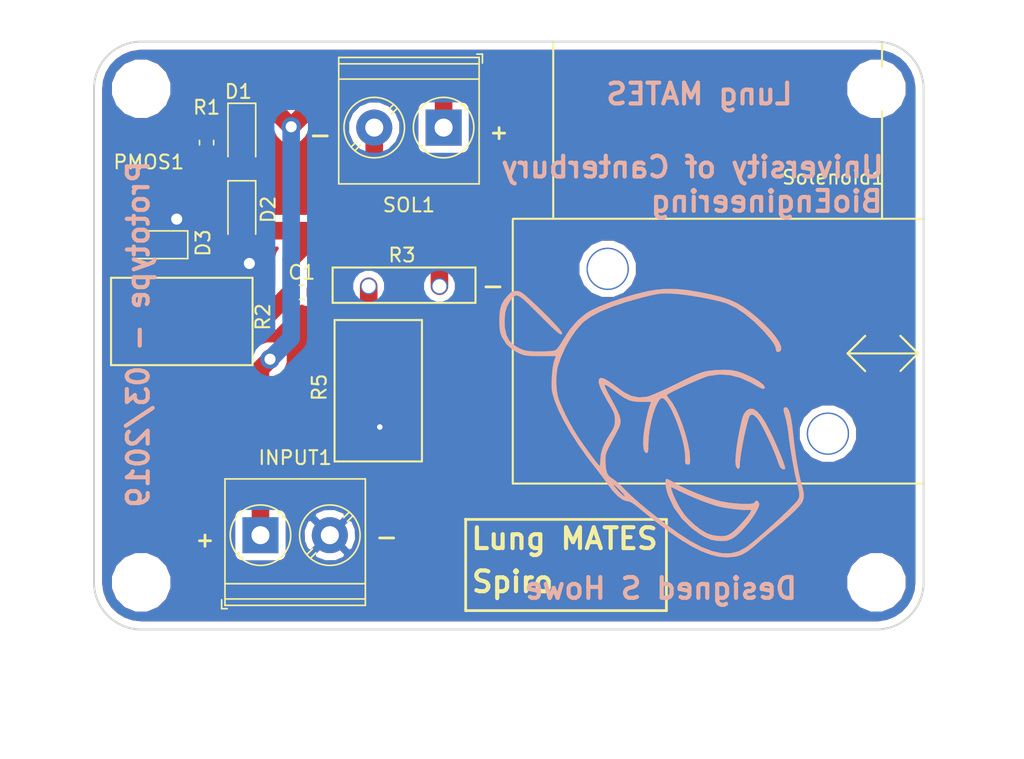
<source format=kicad_pcb>
(kicad_pcb (version 20171130) (host pcbnew 5.0.1)

  (general
    (thickness 1.6)
    (drawings 26)
    (tracks 50)
    (zones 0)
    (modules 17)
    (nets 9)
  )

  (page A4)
  (layers
    (0 F.Cu signal)
    (31 B.Cu signal)
    (32 B.Adhes user)
    (33 F.Adhes user)
    (34 B.Paste user)
    (35 F.Paste user)
    (36 B.SilkS user)
    (37 F.SilkS user)
    (38 B.Mask user)
    (39 F.Mask user)
    (40 Dwgs.User user)
    (41 Cmts.User user)
    (42 Eco1.User user)
    (43 Eco2.User user)
    (44 Edge.Cuts user)
    (45 Margin user)
    (46 B.CrtYd user)
    (47 F.CrtYd user)
    (48 B.Fab user)
    (49 F.Fab user hide)
  )

  (setup
    (last_trace_width 0.25)
    (trace_clearance 0.2)
    (zone_clearance 0.508)
    (zone_45_only no)
    (trace_min 0.2)
    (segment_width 0.2)
    (edge_width 0.15)
    (via_size 0.8)
    (via_drill 0.4)
    (via_min_size 0.4)
    (via_min_drill 0.3)
    (uvia_size 0.3)
    (uvia_drill 0.1)
    (uvias_allowed no)
    (uvia_min_size 0.2)
    (uvia_min_drill 0.1)
    (pcb_text_width 0.3)
    (pcb_text_size 1.5 1.5)
    (mod_edge_width 0.15)
    (mod_text_size 1 1)
    (mod_text_width 0.15)
    (pad_size 1.524 1.524)
    (pad_drill 0.762)
    (pad_to_mask_clearance 0.051)
    (solder_mask_min_width 0.25)
    (aux_axis_origin 0 0)
    (visible_elements FFFFFF7F)
    (pcbplotparams
      (layerselection 0x010fc_ffffffff)
      (usegerberextensions false)
      (usegerberattributes false)
      (usegerberadvancedattributes false)
      (creategerberjobfile false)
      (excludeedgelayer true)
      (linewidth 0.100000)
      (plotframeref false)
      (viasonmask false)
      (mode 1)
      (useauxorigin false)
      (hpglpennumber 1)
      (hpglpenspeed 20)
      (hpglpendiameter 15.000000)
      (psnegative false)
      (psa4output false)
      (plotreference true)
      (plotvalue true)
      (plotinvisibletext false)
      (padsonsilk false)
      (subtractmaskfromsilk false)
      (outputformat 1)
      (mirror false)
      (drillshape 0)
      (scaleselection 1)
      (outputdirectory ""))
  )

  (net 0 "")
  (net 1 /solenoid-)
  (net 2 /GND)
  (net 3 /Vin)
  (net 4 "Net-(PMOS1-Pad1)")
  (net 5 "Net-(PMOS1-Pad3)")
  (net 6 "Net-(D1-Pad2)")
  (net 7 "Net-(D3-Pad2)")
  (net 8 "Net-(R3-Pad2)")

  (net_class Default "This is the default net class."
    (clearance 0.2)
    (trace_width 0.25)
    (via_dia 0.8)
    (via_drill 0.4)
    (uvia_dia 0.3)
    (uvia_drill 0.1)
    (add_net /GND)
    (add_net /Vin)
    (add_net /solenoid-)
    (add_net "Net-(D1-Pad2)")
    (add_net "Net-(D3-Pad2)")
    (add_net "Net-(PMOS1-Pad1)")
    (add_net "Net-(PMOS1-Pad3)")
    (add_net "Net-(R3-Pad2)")
  )

  (module SpiroParts:PWR221T-30-RESISTOR (layer F.Cu) (tedit 5C89D9BA) (tstamp 5C64C0BB)
    (at 157.5 90.242 180)
    (path /5C591A1E)
    (fp_text reference R3 (at 2.7 2.242 180) (layer F.SilkS)
      (effects (font (size 1 1) (thickness 0.15)))
    )
    (fp_text value 4.0 (at 2.54 3.81 180) (layer F.Fab)
      (effects (font (size 1 1) (thickness 0.15)))
    )
    (fp_line (start -2.6 1.35) (end -2.6 -1.2) (layer F.SilkS) (width 0.15))
    (fp_line (start 7.7 1.35) (end -2.6 1.35) (layer F.SilkS) (width 0.15))
    (fp_line (start 7.7 -1.2) (end 7.7 1.35) (layer F.SilkS) (width 0.15))
    (fp_line (start -2.6 -1.2) (end 7.7 -1.2) (layer F.SilkS) (width 0.15))
    (pad 2 thru_hole circle (at 5.1 0 180) (size 1.2 1.2) (drill 1) (layers *.Cu *.Mask)
      (net 8 "Net-(R3-Pad2)"))
    (pad 1 thru_hole circle (at 0 0 180) (size 1.2 1.2) (drill 1) (layers *.Cu *.Mask)
      (net 1 /solenoid-))
  )

  (module "SpiroParts:Resistor 2512 (6432 Metric)" (layer F.Cu) (tedit 5C64C474) (tstamp 5C64AAB5)
    (at 154.94 93.98 270)
    (path /5C518095)
    (fp_text reference R5 (at 3.556 6.096 270) (layer F.SilkS)
      (effects (font (size 1 1) (thickness 0.15)))
    )
    (fp_text value 0.43 (at 3.81 7.62 270) (layer F.Fab)
      (effects (font (size 1 1) (thickness 0.15)))
    )
    (fp_line (start -1.3 -1.3) (end 8.9 -1.3) (layer F.SilkS) (width 0.15))
    (fp_line (start -1.3 5) (end 8.9 5) (layer F.SilkS) (width 0.15))
    (fp_line (start 8.9 -1.3) (end 8.9 5) (layer F.SilkS) (width 0.15))
    (fp_line (start -1.3 -1.3) (end -1.3 5) (layer F.SilkS) (width 0.15))
    (pad 1 smd rect (at 1.22 1.85 270) (size 2.45 3.7) (layers F.Cu F.Paste F.Mask)
      (net 8 "Net-(R3-Pad2)"))
    (pad 2 smd rect (at 6.37 1.85 270) (size 2.45 3.7) (layers F.Cu F.Paste F.Mask)
      (net 2 /GND))
  )

  (module "SpiroParts:Resistor 2512 (6432 Metric)" (layer F.Cu) (tedit 5C64C483) (tstamp 5C64C068)
    (at 135.128 90.932)
    (path /5C510943)
    (fp_text reference R2 (at 9.652 1.524 90) (layer F.SilkS)
      (effects (font (size 1 1) (thickness 0.15)))
    )
    (fp_text value 22 (at 3.81 3.81) (layer F.Fab)
      (effects (font (size 1 1) (thickness 0.15)))
    )
    (fp_line (start -1.3 -1.3) (end -1.3 5) (layer F.SilkS) (width 0.15))
    (fp_line (start 8.9 -1.3) (end 8.9 5) (layer F.SilkS) (width 0.15))
    (fp_line (start -1.3 5) (end 8.9 5) (layer F.SilkS) (width 0.15))
    (fp_line (start -1.3 -1.3) (end 8.9 -1.3) (layer F.SilkS) (width 0.15))
    (pad 2 smd rect (at 6.37 1.85) (size 2.45 3.7) (layers F.Cu F.Paste F.Mask)
      (net 1 /solenoid-))
    (pad 1 smd rect (at 1.22 1.85) (size 2.45 3.7) (layers F.Cu F.Paste F.Mask)
      (net 5 "Net-(PMOS1-Pad3)"))
  )

  (module Capacitor_SMD:C_0603_1608Metric (layer F.Cu) (tedit 5C64C47E) (tstamp 5C64CA90)
    (at 147.574 90.678)
    (descr "Capacitor SMD 0603 (1608 Metric), square (rectangular) end terminal, IPC_7351 nominal, (Body size source: http://www.tortai-tech.com/upload/download/2011102023233369053.pdf), generated with kicad-footprint-generator")
    (tags capacitor)
    (path /5C518019)
    (attr smd)
    (fp_text reference C1 (at 0 -1.43) (layer F.SilkS)
      (effects (font (size 1 1) (thickness 0.15)))
    )
    (fp_text value 4.7mF (at 0 1.43) (layer F.Fab)
      (effects (font (size 1 1) (thickness 0.15)))
    )
    (fp_line (start -0.8 0.4) (end -0.8 -0.4) (layer F.Fab) (width 0.1))
    (fp_line (start -0.8 -0.4) (end 0.8 -0.4) (layer F.Fab) (width 0.1))
    (fp_line (start 0.8 -0.4) (end 0.8 0.4) (layer F.Fab) (width 0.1))
    (fp_line (start 0.8 0.4) (end -0.8 0.4) (layer F.Fab) (width 0.1))
    (fp_line (start -0.162779 -0.51) (end 0.162779 -0.51) (layer F.SilkS) (width 0.12))
    (fp_line (start -0.162779 0.51) (end 0.162779 0.51) (layer F.SilkS) (width 0.12))
    (fp_line (start -1.48 0.73) (end -1.48 -0.73) (layer F.CrtYd) (width 0.05))
    (fp_line (start -1.48 -0.73) (end 1.48 -0.73) (layer F.CrtYd) (width 0.05))
    (fp_line (start 1.48 -0.73) (end 1.48 0.73) (layer F.CrtYd) (width 0.05))
    (fp_line (start 1.48 0.73) (end -1.48 0.73) (layer F.CrtYd) (width 0.05))
    (fp_text user %R (at 0 0) (layer F.Fab)
      (effects (font (size 0.4 0.4) (thickness 0.06)))
    )
    (pad 1 smd roundrect (at -0.7875 0) (size 0.875 0.95) (layers F.Cu F.Paste F.Mask) (roundrect_rratio 0.25)
      (net 1 /solenoid-))
    (pad 2 smd roundrect (at 0.7875 0) (size 0.875 0.95) (layers F.Cu F.Paste F.Mask) (roundrect_rratio 0.25)
      (net 2 /GND))
    (model ${KISYS3DMOD}/Capacitor_SMD.3dshapes/C_0603_1608Metric.wrl
      (at (xyz 0 0 0))
      (scale (xyz 1 1 1))
      (rotate (xyz 0 0 0))
    )
  )

  (module Diode_SMD:D_SOD-123F (layer F.Cu) (tedit 5C64C43D) (tstamp 5C64A9F9)
    (at 143.256 79.248 270)
    (descr D_SOD-123F)
    (tags D_SOD-123F)
    (path /5C5206E3)
    (attr smd)
    (fp_text reference D1 (at -3.048 0.254) (layer F.SilkS)
      (effects (font (size 1 1) (thickness 0.15)))
    )
    (fp_text value "3A 100V" (at 0 2.1 270) (layer F.Fab)
      (effects (font (size 1 1) (thickness 0.15)))
    )
    (fp_text user %R (at -0.127 -1.905 270) (layer F.Fab)
      (effects (font (size 1 1) (thickness 0.15)))
    )
    (fp_line (start -2.2 -1) (end -2.2 1) (layer F.SilkS) (width 0.12))
    (fp_line (start 0.25 0) (end 0.75 0) (layer F.Fab) (width 0.1))
    (fp_line (start 0.25 0.4) (end -0.35 0) (layer F.Fab) (width 0.1))
    (fp_line (start 0.25 -0.4) (end 0.25 0.4) (layer F.Fab) (width 0.1))
    (fp_line (start -0.35 0) (end 0.25 -0.4) (layer F.Fab) (width 0.1))
    (fp_line (start -0.35 0) (end -0.35 0.55) (layer F.Fab) (width 0.1))
    (fp_line (start -0.35 0) (end -0.35 -0.55) (layer F.Fab) (width 0.1))
    (fp_line (start -0.75 0) (end -0.35 0) (layer F.Fab) (width 0.1))
    (fp_line (start -1.4 0.9) (end -1.4 -0.9) (layer F.Fab) (width 0.1))
    (fp_line (start 1.4 0.9) (end -1.4 0.9) (layer F.Fab) (width 0.1))
    (fp_line (start 1.4 -0.9) (end 1.4 0.9) (layer F.Fab) (width 0.1))
    (fp_line (start -1.4 -0.9) (end 1.4 -0.9) (layer F.Fab) (width 0.1))
    (fp_line (start -2.2 -1.15) (end 2.2 -1.15) (layer F.CrtYd) (width 0.05))
    (fp_line (start 2.2 -1.15) (end 2.2 1.15) (layer F.CrtYd) (width 0.05))
    (fp_line (start 2.2 1.15) (end -2.2 1.15) (layer F.CrtYd) (width 0.05))
    (fp_line (start -2.2 -1.15) (end -2.2 1.15) (layer F.CrtYd) (width 0.05))
    (fp_line (start -2.2 1) (end 1.65 1) (layer F.SilkS) (width 0.12))
    (fp_line (start -2.2 -1) (end 1.65 -1) (layer F.SilkS) (width 0.12))
    (pad 1 smd rect (at -1.4 0 270) (size 1.1 1.1) (layers F.Cu F.Paste F.Mask)
      (net 3 /Vin))
    (pad 2 smd rect (at 1.4 0 270) (size 1.1 1.1) (layers F.Cu F.Paste F.Mask)
      (net 6 "Net-(D1-Pad2)"))
    (model ${KISYS3DMOD}/Diode_SMD.3dshapes/D_SOD-123F.wrl
      (at (xyz 0 0 0))
      (scale (xyz 1 1 1))
      (rotate (xyz 0 0 0))
    )
  )

  (module Diode_SMD:D_SOD-123F (layer F.Cu) (tedit 5C64C44A) (tstamp 5C64AA12)
    (at 143.256 84.836 270)
    (descr D_SOD-123F)
    (tags D_SOD-123F)
    (path /5C51F58C)
    (attr smd)
    (fp_text reference D2 (at -0.127 -1.905 270) (layer F.SilkS)
      (effects (font (size 1 1) (thickness 0.15)))
    )
    (fp_text value "3A 100V" (at 0 2.1 270) (layer F.Fab)
      (effects (font (size 1 1) (thickness 0.15)))
    )
    (fp_line (start -2.2 -1) (end 1.65 -1) (layer F.SilkS) (width 0.12))
    (fp_line (start -2.2 1) (end 1.65 1) (layer F.SilkS) (width 0.12))
    (fp_line (start -2.2 -1.15) (end -2.2 1.15) (layer F.CrtYd) (width 0.05))
    (fp_line (start 2.2 1.15) (end -2.2 1.15) (layer F.CrtYd) (width 0.05))
    (fp_line (start 2.2 -1.15) (end 2.2 1.15) (layer F.CrtYd) (width 0.05))
    (fp_line (start -2.2 -1.15) (end 2.2 -1.15) (layer F.CrtYd) (width 0.05))
    (fp_line (start -1.4 -0.9) (end 1.4 -0.9) (layer F.Fab) (width 0.1))
    (fp_line (start 1.4 -0.9) (end 1.4 0.9) (layer F.Fab) (width 0.1))
    (fp_line (start 1.4 0.9) (end -1.4 0.9) (layer F.Fab) (width 0.1))
    (fp_line (start -1.4 0.9) (end -1.4 -0.9) (layer F.Fab) (width 0.1))
    (fp_line (start -0.75 0) (end -0.35 0) (layer F.Fab) (width 0.1))
    (fp_line (start -0.35 0) (end -0.35 -0.55) (layer F.Fab) (width 0.1))
    (fp_line (start -0.35 0) (end -0.35 0.55) (layer F.Fab) (width 0.1))
    (fp_line (start -0.35 0) (end 0.25 -0.4) (layer F.Fab) (width 0.1))
    (fp_line (start 0.25 -0.4) (end 0.25 0.4) (layer F.Fab) (width 0.1))
    (fp_line (start 0.25 0.4) (end -0.35 0) (layer F.Fab) (width 0.1))
    (fp_line (start 0.25 0) (end 0.75 0) (layer F.Fab) (width 0.1))
    (fp_line (start -2.2 -1) (end -2.2 1) (layer F.SilkS) (width 0.12))
    (fp_text user %R (at -0.127 -1.905 270) (layer F.Fab)
      (effects (font (size 1 1) (thickness 0.15)))
    )
    (pad 2 smd rect (at 1.4 0 270) (size 1.1 1.1) (layers F.Cu F.Paste F.Mask)
      (net 1 /solenoid-))
    (pad 1 smd rect (at -1.4 0 270) (size 1.1 1.1) (layers F.Cu F.Paste F.Mask)
      (net 6 "Net-(D1-Pad2)"))
    (model ${KISYS3DMOD}/Diode_SMD.3dshapes/D_SOD-123F.wrl
      (at (xyz 0 0 0))
      (scale (xyz 1 1 1))
      (rotate (xyz 0 0 0))
    )
  )

  (module Diode_SMD:D_SOD-123F (layer F.Cu) (tedit 5C64C454) (tstamp 5C64AA2B)
    (at 137.16 87.249 180)
    (descr D_SOD-123F)
    (tags D_SOD-123F)
    (path /5C51ABC3)
    (attr smd)
    (fp_text reference D3 (at -3.302 0.127 270) (layer F.SilkS)
      (effects (font (size 1 1) (thickness 0.15)))
    )
    (fp_text value "3A 100V" (at 0 2.1 180) (layer F.Fab)
      (effects (font (size 1 1) (thickness 0.15)))
    )
    (fp_text user %R (at -0.127 -1.905 180) (layer F.Fab)
      (effects (font (size 1 1) (thickness 0.15)))
    )
    (fp_line (start -2.2 -1) (end -2.2 1) (layer F.SilkS) (width 0.12))
    (fp_line (start 0.25 0) (end 0.75 0) (layer F.Fab) (width 0.1))
    (fp_line (start 0.25 0.4) (end -0.35 0) (layer F.Fab) (width 0.1))
    (fp_line (start 0.25 -0.4) (end 0.25 0.4) (layer F.Fab) (width 0.1))
    (fp_line (start -0.35 0) (end 0.25 -0.4) (layer F.Fab) (width 0.1))
    (fp_line (start -0.35 0) (end -0.35 0.55) (layer F.Fab) (width 0.1))
    (fp_line (start -0.35 0) (end -0.35 -0.55) (layer F.Fab) (width 0.1))
    (fp_line (start -0.75 0) (end -0.35 0) (layer F.Fab) (width 0.1))
    (fp_line (start -1.4 0.9) (end -1.4 -0.9) (layer F.Fab) (width 0.1))
    (fp_line (start 1.4 0.9) (end -1.4 0.9) (layer F.Fab) (width 0.1))
    (fp_line (start 1.4 -0.9) (end 1.4 0.9) (layer F.Fab) (width 0.1))
    (fp_line (start -1.4 -0.9) (end 1.4 -0.9) (layer F.Fab) (width 0.1))
    (fp_line (start -2.2 -1.15) (end 2.2 -1.15) (layer F.CrtYd) (width 0.05))
    (fp_line (start 2.2 -1.15) (end 2.2 1.15) (layer F.CrtYd) (width 0.05))
    (fp_line (start 2.2 1.15) (end -2.2 1.15) (layer F.CrtYd) (width 0.05))
    (fp_line (start -2.2 -1.15) (end -2.2 1.15) (layer F.CrtYd) (width 0.05))
    (fp_line (start -2.2 1) (end 1.65 1) (layer F.SilkS) (width 0.12))
    (fp_line (start -2.2 -1) (end 1.65 -1) (layer F.SilkS) (width 0.12))
    (pad 1 smd rect (at -1.4 0 180) (size 1.1 1.1) (layers F.Cu F.Paste F.Mask)
      (net 2 /GND))
    (pad 2 smd rect (at 1.4 0 180) (size 1.1 1.1) (layers F.Cu F.Paste F.Mask)
      (net 7 "Net-(D3-Pad2)"))
    (model ${KISYS3DMOD}/Diode_SMD.3dshapes/D_SOD-123F.wrl
      (at (xyz 0 0 0))
      (scale (xyz 1 1 1))
      (rotate (xyz 0 0 0))
    )
  )

  (module TerminalBlock_Phoenix:TerminalBlock_Phoenix_PT-1,5-2-5.0-H_1x02_P5.00mm_Horizontal (layer F.Cu) (tedit 5C64CC93) (tstamp 5C64AA55)
    (at 144.6 108.2)
    (descr "Terminal Block Phoenix PT-1,5-2-5.0-H, 2 pins, pitch 5mm, size 10x9mm^2, drill diamater 1.3mm, pad diameter 2.6mm, see http://www.mouser.com/ds/2/324/ItemDetail_1935161-922578.pdf, script-generated using https://github.com/pointhi/kicad-footprint-generator/scripts/TerminalBlock_Phoenix")
    (tags "THT Terminal Block Phoenix PT-1,5-2-5.0-H pitch 5mm size 10x9mm^2 drill 1.3mm pad 2.6mm")
    (path /5C594319)
    (fp_text reference INPUT1 (at 2.5 -5.588) (layer F.SilkS)
      (effects (font (size 1 1) (thickness 0.15)))
    )
    (fp_text value Screw_Terminal_01x02 (at 2.5 6.06) (layer F.Fab)
      (effects (font (size 1 1) (thickness 0.15)))
    )
    (fp_circle (center 0 0) (end 2 0) (layer F.Fab) (width 0.1))
    (fp_circle (center 0 0) (end 2.18 0) (layer F.SilkS) (width 0.12))
    (fp_circle (center 5 0) (end 7 0) (layer F.Fab) (width 0.1))
    (fp_circle (center 5 0) (end 7.18 0) (layer F.SilkS) (width 0.12))
    (fp_line (start -2.5 -4) (end 7.5 -4) (layer F.Fab) (width 0.1))
    (fp_line (start 7.5 -4) (end 7.5 5) (layer F.Fab) (width 0.1))
    (fp_line (start 7.5 5) (end -2.1 5) (layer F.Fab) (width 0.1))
    (fp_line (start -2.1 5) (end -2.5 4.6) (layer F.Fab) (width 0.1))
    (fp_line (start -2.5 4.6) (end -2.5 -4) (layer F.Fab) (width 0.1))
    (fp_line (start -2.5 4.6) (end 7.5 4.6) (layer F.Fab) (width 0.1))
    (fp_line (start -2.56 4.6) (end 7.56 4.6) (layer F.SilkS) (width 0.12))
    (fp_line (start -2.5 3.5) (end 7.5 3.5) (layer F.Fab) (width 0.1))
    (fp_line (start -2.56 3.5) (end 7.56 3.5) (layer F.SilkS) (width 0.12))
    (fp_line (start -2.56 -4.06) (end 7.56 -4.06) (layer F.SilkS) (width 0.12))
    (fp_line (start -2.56 5.06) (end 7.56 5.06) (layer F.SilkS) (width 0.12))
    (fp_line (start -2.56 -4.06) (end -2.56 5.06) (layer F.SilkS) (width 0.12))
    (fp_line (start 7.56 -4.06) (end 7.56 5.06) (layer F.SilkS) (width 0.12))
    (fp_line (start 1.517 -1.273) (end -1.273 1.517) (layer F.Fab) (width 0.1))
    (fp_line (start 1.273 -1.517) (end -1.517 1.273) (layer F.Fab) (width 0.1))
    (fp_line (start 1.654 -1.388) (end 1.547 -1.281) (layer F.SilkS) (width 0.12))
    (fp_line (start -1.282 1.547) (end -1.388 1.654) (layer F.SilkS) (width 0.12))
    (fp_line (start 1.388 -1.654) (end 1.281 -1.547) (layer F.SilkS) (width 0.12))
    (fp_line (start -1.548 1.281) (end -1.654 1.388) (layer F.SilkS) (width 0.12))
    (fp_line (start 6.517 -1.273) (end 3.728 1.517) (layer F.Fab) (width 0.1))
    (fp_line (start 6.273 -1.517) (end 3.484 1.273) (layer F.Fab) (width 0.1))
    (fp_line (start 6.654 -1.388) (end 6.259 -0.992) (layer F.SilkS) (width 0.12))
    (fp_line (start 3.993 1.274) (end 3.613 1.654) (layer F.SilkS) (width 0.12))
    (fp_line (start 6.388 -1.654) (end 6.008 -1.274) (layer F.SilkS) (width 0.12))
    (fp_line (start 3.742 0.992) (end 3.347 1.388) (layer F.SilkS) (width 0.12))
    (fp_line (start -2.8 4.66) (end -2.8 5.3) (layer F.SilkS) (width 0.12))
    (fp_line (start -2.8 5.3) (end -2.4 5.3) (layer F.SilkS) (width 0.12))
    (fp_line (start -3 -4.5) (end -3 5.5) (layer F.CrtYd) (width 0.05))
    (fp_line (start -3 5.5) (end 8 5.5) (layer F.CrtYd) (width 0.05))
    (fp_line (start 8 5.5) (end 8 -4.5) (layer F.CrtYd) (width 0.05))
    (fp_line (start 8 -4.5) (end -3 -4.5) (layer F.CrtYd) (width 0.05))
    (fp_text user %R (at 2.5 2.9) (layer F.Fab)
      (effects (font (size 1 1) (thickness 0.15)))
    )
    (pad 1 thru_hole rect (at 0 0) (size 2.6 2.6) (drill 1.3) (layers *.Cu *.Mask)
      (net 3 /Vin))
    (pad 2 thru_hole circle (at 5 0) (size 2.6 2.6) (drill 1.3) (layers *.Cu *.Mask)
      (net 2 /GND))
    (model ${KISYS3DMOD}/TerminalBlock_Phoenix.3dshapes/TerminalBlock_Phoenix_PT-1,5-2-5.0-H_1x02_P5.00mm_Horizontal.wrl
      (at (xyz 0 0 0))
      (scale (xyz 1 1 1))
      (rotate (xyz 0 0 0))
    )
  )

  (module TerminalBlock_Phoenix:TerminalBlock_Phoenix_PT-1,5-2-5.0-H_1x02_P5.00mm_Horizontal (layer F.Cu) (tedit 5C64CC96) (tstamp 5C64AA7F)
    (at 157.8 78.8 180)
    (descr "Terminal Block Phoenix PT-1,5-2-5.0-H, 2 pins, pitch 5mm, size 10x9mm^2, drill diamater 1.3mm, pad diameter 2.6mm, see http://www.mouser.com/ds/2/324/ItemDetail_1935161-922578.pdf, script-generated using https://github.com/pointhi/kicad-footprint-generator/scripts/TerminalBlock_Phoenix")
    (tags "THT Terminal Block Phoenix PT-1,5-2-5.0-H pitch 5mm size 10x9mm^2 drill 1.3mm pad 2.6mm")
    (path /5C5CDA9D)
    (fp_text reference SOL1 (at 2.5 -5.588 180) (layer F.SilkS)
      (effects (font (size 1 1) (thickness 0.15)))
    )
    (fp_text value Screw_Terminal_01x02 (at 2.5 6.06 180) (layer F.Fab)
      (effects (font (size 1 1) (thickness 0.15)))
    )
    (fp_text user %R (at 2.5 2.9 180) (layer F.Fab)
      (effects (font (size 1 1) (thickness 0.15)))
    )
    (fp_line (start 8 -4.5) (end -3 -4.5) (layer F.CrtYd) (width 0.05))
    (fp_line (start 8 5.5) (end 8 -4.5) (layer F.CrtYd) (width 0.05))
    (fp_line (start -3 5.5) (end 8 5.5) (layer F.CrtYd) (width 0.05))
    (fp_line (start -3 -4.5) (end -3 5.5) (layer F.CrtYd) (width 0.05))
    (fp_line (start -2.8 5.3) (end -2.4 5.3) (layer F.SilkS) (width 0.12))
    (fp_line (start -2.8 4.66) (end -2.8 5.3) (layer F.SilkS) (width 0.12))
    (fp_line (start 3.742 0.992) (end 3.347 1.388) (layer F.SilkS) (width 0.12))
    (fp_line (start 6.388 -1.654) (end 6.008 -1.274) (layer F.SilkS) (width 0.12))
    (fp_line (start 3.993 1.274) (end 3.613 1.654) (layer F.SilkS) (width 0.12))
    (fp_line (start 6.654 -1.388) (end 6.259 -0.992) (layer F.SilkS) (width 0.12))
    (fp_line (start 6.273 -1.517) (end 3.484 1.273) (layer F.Fab) (width 0.1))
    (fp_line (start 6.517 -1.273) (end 3.728 1.517) (layer F.Fab) (width 0.1))
    (fp_line (start -1.548 1.281) (end -1.654 1.388) (layer F.SilkS) (width 0.12))
    (fp_line (start 1.388 -1.654) (end 1.281 -1.547) (layer F.SilkS) (width 0.12))
    (fp_line (start -1.282 1.547) (end -1.388 1.654) (layer F.SilkS) (width 0.12))
    (fp_line (start 1.654 -1.388) (end 1.547 -1.281) (layer F.SilkS) (width 0.12))
    (fp_line (start 1.273 -1.517) (end -1.517 1.273) (layer F.Fab) (width 0.1))
    (fp_line (start 1.517 -1.273) (end -1.273 1.517) (layer F.Fab) (width 0.1))
    (fp_line (start 7.56 -4.06) (end 7.56 5.06) (layer F.SilkS) (width 0.12))
    (fp_line (start -2.56 -4.06) (end -2.56 5.06) (layer F.SilkS) (width 0.12))
    (fp_line (start -2.56 5.06) (end 7.56 5.06) (layer F.SilkS) (width 0.12))
    (fp_line (start -2.56 -4.06) (end 7.56 -4.06) (layer F.SilkS) (width 0.12))
    (fp_line (start -2.56 3.5) (end 7.56 3.5) (layer F.SilkS) (width 0.12))
    (fp_line (start -2.5 3.5) (end 7.5 3.5) (layer F.Fab) (width 0.1))
    (fp_line (start -2.56 4.6) (end 7.56 4.6) (layer F.SilkS) (width 0.12))
    (fp_line (start -2.5 4.6) (end 7.5 4.6) (layer F.Fab) (width 0.1))
    (fp_line (start -2.5 4.6) (end -2.5 -4) (layer F.Fab) (width 0.1))
    (fp_line (start -2.1 5) (end -2.5 4.6) (layer F.Fab) (width 0.1))
    (fp_line (start 7.5 5) (end -2.1 5) (layer F.Fab) (width 0.1))
    (fp_line (start 7.5 -4) (end 7.5 5) (layer F.Fab) (width 0.1))
    (fp_line (start -2.5 -4) (end 7.5 -4) (layer F.Fab) (width 0.1))
    (fp_circle (center 5 0) (end 7.18 0) (layer F.SilkS) (width 0.12))
    (fp_circle (center 5 0) (end 7 0) (layer F.Fab) (width 0.1))
    (fp_circle (center 0 0) (end 2.18 0) (layer F.SilkS) (width 0.12))
    (fp_circle (center 0 0) (end 2 0) (layer F.Fab) (width 0.1))
    (pad 2 thru_hole circle (at 5 0 180) (size 2.6 2.6) (drill 1.3) (layers *.Cu *.Mask)
      (net 1 /solenoid-))
    (pad 1 thru_hole rect (at 0 0 180) (size 2.6 2.6) (drill 1.3) (layers *.Cu *.Mask)
      (net 3 /Vin))
    (model ${KISYS3DMOD}/TerminalBlock_Phoenix.3dshapes/TerminalBlock_Phoenix_PT-1,5-2-5.0-H_1x02_P5.00mm_Horizontal.wrl
      (at (xyz 0 0 0))
      (scale (xyz 1 1 1))
      (rotate (xyz 0 0 0))
    )
  )

  (module SpiroParts:TSMT3-SC-96-PMOS (layer F.Cu) (tedit 5C64CC9C) (tstamp 5C64AA86)
    (at 136.086 82.423 270)
    (path /5C51797E)
    (fp_text reference PMOS1 (at -1.133 -0.464) (layer F.SilkS)
      (effects (font (size 1 1) (thickness 0.15)))
    )
    (fp_text value "RQ5E035ATTCL " (at 1.27 3.81 270) (layer F.Fab)
      (effects (font (size 1 1) (thickness 0.15)))
    )
    (pad 1 smd rect (at 0.35 0.45 270) (size 0.7 0.9) (layers F.Cu F.Paste F.Mask)
      (net 4 "Net-(PMOS1-Pad1)"))
    (pad 3 smd rect (at 1.3 -1.65 270) (size 0.7 0.9) (layers F.Cu F.Paste F.Mask)
      (net 5 "Net-(PMOS1-Pad3)"))
    (pad 2 smd rect (at 2.25 0.45 270) (size 0.7 0.9) (layers F.Cu F.Paste F.Mask)
      (net 7 "Net-(D3-Pad2)"))
  )

  (module Resistor_SMD:R_0603_1608Metric (layer F.Cu) (tedit 5C64C436) (tstamp 5C64AA97)
    (at 140.716 79.883 270)
    (descr "Resistor SMD 0603 (1608 Metric), square (rectangular) end terminal, IPC_7351 nominal, (Body size source: http://www.tortai-tech.com/upload/download/2011102023233369053.pdf), generated with kicad-footprint-generator")
    (tags resistor)
    (path /5C51066F)
    (attr smd)
    (fp_text reference R1 (at -2.54 0) (layer F.SilkS)
      (effects (font (size 1 1) (thickness 0.15)))
    )
    (fp_text value 22 (at 0 1.43 270) (layer F.Fab)
      (effects (font (size 1 1) (thickness 0.15)))
    )
    (fp_line (start -0.8 0.4) (end -0.8 -0.4) (layer F.Fab) (width 0.1))
    (fp_line (start -0.8 -0.4) (end 0.8 -0.4) (layer F.Fab) (width 0.1))
    (fp_line (start 0.8 -0.4) (end 0.8 0.4) (layer F.Fab) (width 0.1))
    (fp_line (start 0.8 0.4) (end -0.8 0.4) (layer F.Fab) (width 0.1))
    (fp_line (start -0.162779 -0.51) (end 0.162779 -0.51) (layer F.SilkS) (width 0.12))
    (fp_line (start -0.162779 0.51) (end 0.162779 0.51) (layer F.SilkS) (width 0.12))
    (fp_line (start -1.48 0.73) (end -1.48 -0.73) (layer F.CrtYd) (width 0.05))
    (fp_line (start -1.48 -0.73) (end 1.48 -0.73) (layer F.CrtYd) (width 0.05))
    (fp_line (start 1.48 -0.73) (end 1.48 0.73) (layer F.CrtYd) (width 0.05))
    (fp_line (start 1.48 0.73) (end -1.48 0.73) (layer F.CrtYd) (width 0.05))
    (fp_text user %R (at 0 0 270) (layer F.Fab)
      (effects (font (size 0.4 0.4) (thickness 0.06)))
    )
    (pad 1 smd roundrect (at -0.7875 0 270) (size 0.875 0.95) (layers F.Cu F.Paste F.Mask) (roundrect_rratio 0.25)
      (net 3 /Vin))
    (pad 2 smd roundrect (at 0.7875 0 270) (size 0.875 0.95) (layers F.Cu F.Paste F.Mask) (roundrect_rratio 0.25)
      (net 4 "Net-(PMOS1-Pad1)"))
    (model ${KISYS3DMOD}/Resistor_SMD.3dshapes/R_0603_1608Metric.wrl
      (at (xyz 0 0 0))
      (scale (xyz 1 1 1))
      (rotate (xyz 0 0 0))
    )
  )

  (module SpiroParts:DSOL-0630-05E-SOLENOID (layer F.Cu) (tedit 5C64CB5B) (tstamp 5C64D590)
    (at 173.2 86.2)
    (path /5C51A457)
    (fp_text reference Solenoid1 (at 12.7 -3.81) (layer F.SilkS)
      (effects (font (size 1 1) (thickness 0.15)))
    )
    (fp_text value "5VDC 8.2W 3.2Ohm" (at 5.08 22.86) (layer F.Fab)
      (effects (font (size 1 1) (thickness 0.15)))
    )
    (fp_line (start -7.497527 -0.824099) (end -7.497527 -13.524099) (layer F.SilkS) (width 0.15))
    (fp_line (start 16.202473 -0.824099) (end 16.202473 -13.524099) (layer F.SilkS) (width 0.15))
    (fp_line (start 19.102473 -0.824099) (end -10.397527 -0.824099) (layer F.SilkS) (width 0.15))
    (fp_line (start 19.102473 18.275901) (end -10.397527 18.275901) (layer F.SilkS) (width 0.15))
    (fp_line (start 13.716 8.89) (end 14.986 7.62) (layer F.SilkS) (width 0.15))
    (fp_line (start 14.986 7.62) (end 13.716 8.89) (layer F.SilkS) (width 0.15))
    (fp_line (start 13.716 8.89) (end 14.986 10.16) (layer F.SilkS) (width 0.15))
    (fp_line (start 14.986 10.16) (end 13.716 8.89) (layer F.SilkS) (width 0.15))
    (fp_line (start 13.716 8.89) (end 18.796 8.89) (layer F.SilkS) (width 0.15))
    (fp_line (start 18.796 8.89) (end 17.526 7.62) (layer F.SilkS) (width 0.15))
    (fp_line (start 17.526 7.62) (end 18.796 8.89) (layer F.SilkS) (width 0.15))
    (fp_line (start 18.796 8.89) (end 17.526 10.16) (layer F.SilkS) (width 0.15))
    (fp_line (start -10.414 18.288) (end -10.414 -0.762) (layer F.SilkS) (width 0.15))
    (pad ~ thru_hole circle (at 12.302473 14.675901 180) (size 3.05 3.05) (drill 2.85) (layers *.Cu *.Mask))
    (pad ~ thru_hole circle (at -3.572527 2.785901 180) (size 3.05 3.05) (drill 2.85) (layers *.Cu *.Mask))
  )

  (module MountingHole:MountingHole_3.2mm_M3 (layer F.Cu) (tedit 5C64D390) (tstamp 5C64DEAC)
    (at 136 111.6)
    (descr "Mounting Hole 3.2mm, no annular, M3")
    (tags "mounting hole 3.2mm no annular m3")
    (path /5C64CD4E)
    (attr virtual)
    (fp_text reference H1 (at 0 -4.2) (layer F.SilkS) hide
      (effects (font (size 1 1) (thickness 0.15)))
    )
    (fp_text value MountingHole (at 0 4.2) (layer F.Fab)
      (effects (font (size 1 1) (thickness 0.15)))
    )
    (fp_text user %R (at 0.3 0) (layer F.Fab)
      (effects (font (size 1 1) (thickness 0.15)))
    )
    (fp_circle (center 0 0) (end 3.2 0) (layer Cmts.User) (width 0.15))
    (fp_circle (center 0 0) (end 3.45 0) (layer F.CrtYd) (width 0.05))
    (pad 1 np_thru_hole circle (at 0 0) (size 3.2 3.2) (drill 3.2) (layers *.Cu *.Mask))
  )

  (module MountingHole:MountingHole_3.2mm_M3 (layer F.Cu) (tedit 5C64D39F) (tstamp 5C64DE32)
    (at 189 111.6)
    (descr "Mounting Hole 3.2mm, no annular, M3")
    (tags "mounting hole 3.2mm no annular m3")
    (path /5C64CDC3)
    (attr virtual)
    (fp_text reference H2 (at 0 -4.2) (layer F.SilkS) hide
      (effects (font (size 1 1) (thickness 0.15)))
    )
    (fp_text value MountingHole (at 0 4.2) (layer F.Fab)
      (effects (font (size 1 1) (thickness 0.15)))
    )
    (fp_circle (center 0 0) (end 3.45 0) (layer F.CrtYd) (width 0.05))
    (fp_circle (center 0 0) (end 3.2 0) (layer Cmts.User) (width 0.15))
    (fp_text user %R (at 0.3 0) (layer F.Fab)
      (effects (font (size 1 1) (thickness 0.15)))
    )
    (pad 1 np_thru_hole circle (at 0 0) (size 3.2 3.2) (drill 3.2) (layers *.Cu *.Mask))
  )

  (module MountingHole:MountingHole_3.2mm_M3 (layer F.Cu) (tedit 5C64D394) (tstamp 5C64DE3A)
    (at 136 76)
    (descr "Mounting Hole 3.2mm, no annular, M3")
    (tags "mounting hole 3.2mm no annular m3")
    (path /5C64CE25)
    (attr virtual)
    (fp_text reference H3 (at 0 -4.2) (layer F.SilkS) hide
      (effects (font (size 1 1) (thickness 0.15)))
    )
    (fp_text value MountingHole (at 0 4.2) (layer F.Fab)
      (effects (font (size 1 1) (thickness 0.15)))
    )
    (fp_text user %R (at 0.3 0) (layer F.Fab)
      (effects (font (size 1 1) (thickness 0.15)))
    )
    (fp_circle (center 0 0) (end 3.2 0) (layer Cmts.User) (width 0.15))
    (fp_circle (center 0 0) (end 3.45 0) (layer F.CrtYd) (width 0.05))
    (pad 1 np_thru_hole circle (at 0 0) (size 3.2 3.2) (drill 3.2) (layers *.Cu *.Mask))
  )

  (module MountingHole:MountingHole_3.2mm_M3 (layer F.Cu) (tedit 5C64D398) (tstamp 5C64DE42)
    (at 189 76)
    (descr "Mounting Hole 3.2mm, no annular, M3")
    (tags "mounting hole 3.2mm no annular m3")
    (path /5C64CE96)
    (attr virtual)
    (fp_text reference H4 (at 0 -4.2) (layer F.SilkS) hide
      (effects (font (size 1 1) (thickness 0.15)))
    )
    (fp_text value MountingHole (at 0 4.2) (layer F.Fab)
      (effects (font (size 1 1) (thickness 0.15)))
    )
    (fp_circle (center 0 0) (end 3.45 0) (layer F.CrtYd) (width 0.05))
    (fp_circle (center 0 0) (end 3.2 0) (layer Cmts.User) (width 0.15))
    (fp_text user %R (at 0.3 0) (layer F.Fab)
      (effects (font (size 1 1) (thickness 0.15)))
    )
    (pad 1 np_thru_hole circle (at 0 0) (size 3.2 3.2) (drill 3.2) (layers *.Cu *.Mask))
  )

  (module SpiroParts:ma-face (layer B.Cu) (tedit 0) (tstamp 5C89C72F)
    (at 173.45 100.07 180)
    (fp_text reference G*** (at 0 0 180) (layer B.SilkS) hide
      (effects (font (size 1.524 1.524) (thickness 0.3)) (justify mirror))
    )
    (fp_text value LOGO (at 0.75 0 180) (layer B.SilkS) hide
      (effects (font (size 1.524 1.524) (thickness 0.3)) (justify mirror))
    )
    (fp_poly (pts (xy -6.197177 0.862512) (xy -6.177286 0.843286) (xy -6.064786 0.713963) (xy -5.973856 0.558664)
      (xy -5.893388 0.345427) (xy -5.812272 0.042294) (xy -5.7194 -0.382697) (xy -5.674753 -0.602541)
      (xy -5.554849 -1.25207) (xy -5.464526 -1.848667) (xy -5.406581 -2.366068) (xy -5.383812 -2.778007)
      (xy -5.399018 -3.05822) (xy -5.408445 -3.102266) (xy -5.499719 -3.293405) (xy -5.60568 -3.343916)
      (xy -5.68476 -3.255494) (xy -5.700993 -3.090333) (xy -5.710367 -2.843411) (xy -5.753313 -2.478864)
      (xy -5.822852 -2.031249) (xy -5.912002 -1.53512) (xy -6.013785 -1.025033) (xy -6.121221 -0.535544)
      (xy -6.227329 -0.101208) (xy -6.32513 0.24342) (xy -6.407644 0.463783) (xy -6.425373 0.495894)
      (xy -6.555351 0.57657) (xy -6.734368 0.513495) (xy -6.943234 0.317895) (xy -7.102124 0.100057)
      (xy -7.290509 -0.224007) (xy -7.516486 -0.659012) (xy -7.757882 -1.157465) (xy -7.992526 -1.671871)
      (xy -8.198244 -2.154736) (xy -8.352864 -2.558566) (xy -8.378256 -2.633412) (xy -8.482107 -2.923555)
      (xy -8.581212 -3.157222) (xy -8.645557 -3.271182) (xy -8.776771 -3.364465) (xy -8.909738 -3.381248)
      (xy -8.974476 -3.313749) (xy -8.974667 -3.307776) (xy -8.940429 -3.149819) (xy -8.845744 -2.868453)
      (xy -8.702657 -2.4933) (xy -8.523212 -2.053982) (xy -8.319454 -1.580121) (xy -8.103428 -1.101341)
      (xy -7.921071 -0.716571) (xy -7.571438 -0.049955) (xy -7.250025 0.45234) (xy -6.954362 0.792525)
      (xy -6.68198 0.972809) (xy -6.430408 0.995402) (xy -6.197177 0.862512)) (layer B.SilkS) (width 0.01))
    (fp_poly (pts (xy -0.359896 -4.138042) (xy -0.339922 -4.336241) (xy -0.368376 -4.622709) (xy -0.441821 -4.961555)
      (xy -0.550074 -5.299123) (xy -0.962766 -6.158587) (xy -1.519043 -6.931453) (xy -2.212804 -7.6103)
      (xy -2.80654 -8.0448) (xy -3.255232 -8.305998) (xy -3.654607 -8.463314) (xy -4.07006 -8.537421)
      (xy -4.407258 -8.550861) (xy -4.761193 -8.525046) (xy -5.050983 -8.428058) (xy -5.253924 -8.312424)
      (xy -5.584739 -8.054115) (xy -5.955486 -7.685703) (xy -6.329708 -7.248212) (xy -6.670948 -6.782661)
      (xy -6.816828 -6.553811) (xy -6.936705 -6.337573) (xy -6.519334 -6.337573) (xy -6.462363 -6.474803)
      (xy -6.309939 -6.696837) (xy -6.089792 -6.972293) (xy -5.829653 -7.269789) (xy -5.557254 -7.557942)
      (xy -5.300324 -7.805369) (xy -5.086596 -7.980689) (xy -5.040315 -8.011333) (xy -4.801197 -8.135924)
      (xy -4.567338 -8.1919) (xy -4.260036 -8.196059) (xy -4.191 -8.192609) (xy -3.772178 -8.132758)
      (xy -3.382099 -8.014946) (xy -3.299442 -7.978309) (xy -2.883207 -7.728159) (xy -2.43185 -7.376599)
      (xy -1.997767 -6.967182) (xy -1.748037 -6.688667) (xy -1.53496 -6.392637) (xy -1.305159 -6.011906)
      (xy -1.087211 -5.600686) (xy -0.909694 -5.213187) (xy -0.801187 -4.903619) (xy -0.796144 -4.88299)
      (xy -0.740376 -4.643648) (xy -1.340259 -4.945744) (xy -1.844863 -5.185748) (xy -2.409996 -5.43147)
      (xy -2.987049 -5.663614) (xy -3.527414 -5.862886) (xy -3.982482 -6.009991) (xy -4.108286 -6.044477)
      (xy -4.478674 -6.124979) (xy -4.915019 -6.197839) (xy -5.367747 -6.257136) (xy -5.787282 -6.296947)
      (xy -6.124049 -6.311348) (xy -6.278892 -6.303808) (xy -6.45037 -6.301412) (xy -6.519334 -6.337573)
      (xy -6.936705 -6.337573) (xy -7.006422 -6.211816) (xy -7.094394 -5.97117) (xy -7.086636 -5.802401)
      (xy -6.991835 -5.678339) (xy -6.878227 -5.629967) (xy -6.786952 -5.729992) (xy -6.724144 -5.802032)
      (xy -6.611048 -5.846019) (xy -6.413057 -5.867496) (xy -6.095566 -5.872005) (xy -5.912284 -5.870089)
      (xy -5.411155 -5.841488) (xy -4.856131 -5.776685) (xy -4.355428 -5.688402) (xy -4.342399 -5.685528)
      (xy -3.848043 -5.552829) (xy -3.266777 -5.360796) (xy -2.647545 -5.128872) (xy -2.039294 -4.876503)
      (xy -1.490967 -4.623132) (xy -1.051511 -4.388204) (xy -1.003239 -4.358989) (xy -0.74522 -4.208037)
      (xy -0.538227 -4.101681) (xy -0.431739 -4.064) (xy -0.359896 -4.138042)) (layer B.SilkS) (width 0.01))
    (fp_poly (pts (xy 0.295333 9.579859) (xy 1.00763 9.457265) (xy 1.774167 9.269571) (xy 2.032 9.197078)
      (xy 2.916821 8.926237) (xy 3.713216 8.650861) (xy 4.401386 8.378766) (xy 4.961532 8.117769)
      (xy 5.367361 7.880173) (xy 5.989961 7.360875) (xy 6.55725 6.706051) (xy 6.995666 6.0303)
      (xy 7.187145 5.711123) (xy 7.370495 5.443366) (xy 7.517623 5.266528) (xy 7.568735 5.224597)
      (xy 7.748413 5.174993) (xy 8.074427 5.141111) (xy 8.52434 5.124914) (xy 8.720666 5.1238)
      (xy 9.170941 5.129177) (xy 9.497795 5.148048) (xy 9.746994 5.186903) (xy 9.964306 5.25223)
      (xy 10.139449 5.324991) (xy 10.592366 5.584543) (xy 10.917927 5.910542) (xy 11.128371 6.324882)
      (xy 11.235933 6.849457) (xy 11.256478 7.323667) (xy 11.212247 7.904013) (xy 11.077518 8.379766)
      (xy 10.83859 8.797246) (xy 10.808943 8.836911) (xy 10.678848 9.000685) (xy 10.561981 9.113279)
      (xy 10.441797 9.166005) (xy 10.301747 9.150174) (xy 10.125286 9.057098) (xy 9.895866 8.878089)
      (xy 9.596939 8.604459) (xy 9.21196 8.227518) (xy 8.732257 7.746505) (xy 8.245709 7.260454)
      (xy 7.863709 6.88838) (xy 7.574636 6.621059) (xy 7.366868 6.449269) (xy 7.228783 6.363788)
      (xy 7.148759 6.355392) (xy 7.115173 6.414858) (xy 7.112113 6.46083) (xy 7.172206 6.575832)
      (xy 7.342234 6.78892) (xy 7.607024 7.084068) (xy 7.951404 7.445248) (xy 8.3602 7.856433)
      (xy 8.818241 8.301598) (xy 9.166375 8.630765) (xy 9.527554 8.965003) (xy 9.793028 9.198808)
      (xy 9.988465 9.349829) (xy 10.139529 9.435712) (xy 10.271887 9.474105) (xy 10.405356 9.482667)
      (xy 10.627251 9.460056) (xy 10.807202 9.369345) (xy 11.009599 9.176213) (xy 11.037223 9.145886)
      (xy 11.301728 8.818485) (xy 11.476738 8.500338) (xy 11.578492 8.14264) (xy 11.623231 7.696583)
      (xy 11.629463 7.366) (xy 11.621151 6.938114) (xy 11.590573 6.625847) (xy 11.529494 6.376067)
      (xy 11.443187 6.164075) (xy 11.119457 5.651782) (xy 10.674713 5.249058) (xy 10.245181 5.006903)
      (xy 10.035086 4.917418) (xy 9.837905 4.856595) (xy 9.613069 4.818808) (xy 9.320008 4.798429)
      (xy 8.918149 4.789829) (xy 8.668522 4.788208) (xy 7.558044 4.783667) (xy 7.683745 4.445)
      (xy 7.741555 4.214418) (xy 7.794803 3.869677) (xy 7.835944 3.465928) (xy 7.851724 3.217333)
      (xy 7.867367 2.797543) (xy 7.861983 2.484844) (xy 7.827575 2.217497) (xy 7.756143 1.93376)
      (xy 7.639688 1.571895) (xy 7.637819 1.566333) (xy 7.364667 0.88275) (xy 6.979056 0.110025)
      (xy 6.495093 -0.728494) (xy 5.926888 -1.609458) (xy 5.288549 -2.509518) (xy 4.753756 -3.206376)
      (xy 4.462065 -3.580173) (xy 4.172717 -3.962077) (xy 3.922902 -4.302418) (xy 3.775234 -4.513275)
      (xy 3.447142 -4.94683) (xy 3.109732 -5.297263) (xy 2.787445 -5.543607) (xy 2.504725 -5.664893)
      (xy 2.422246 -5.673916) (xy 2.265752 -5.702687) (xy 2.070942 -5.798461) (xy 1.811576 -5.977502)
      (xy 1.461415 -6.256079) (xy 1.397 -6.309485) (xy 0.358297 -7.151251) (xy -0.584725 -7.86529)
      (xy -1.441878 -8.456329) (xy -2.222976 -8.929099) (xy -2.937829 -9.288327) (xy -3.596251 -9.538744)
      (xy -4.208055 -9.685078) (xy -4.783053 -9.732058) (xy -5.331057 -9.684414) (xy -5.523884 -9.644946)
      (xy -5.86367 -9.524759) (xy -6.234972 -9.310111) (xy -6.663098 -8.984723) (xy -6.985 -8.705079)
      (xy -7.27194 -8.452408) (xy -7.635781 -8.140716) (xy -8.02135 -7.816953) (xy -8.255 -7.624307)
      (xy -8.772668 -7.189531) (xy -9.240988 -6.773416) (xy -9.640632 -6.394598) (xy -9.952275 -6.071714)
      (xy -10.156589 -5.8234) (xy -10.208674 -5.740371) (xy -10.304221 -5.472893) (xy -10.316847 -5.161734)
      (xy -10.245061 -4.767827) (xy -10.160283 -4.47371) (xy -10.050092 -4.061408) (xy -9.934473 -3.518735)
      (xy -9.819994 -2.884225) (xy -9.713222 -2.196415) (xy -9.620726 -1.493842) (xy -9.564358 -0.977204)
      (xy -9.48458 -0.264563) (xy -9.399751 0.288213) (xy -9.307393 0.690575) (xy -9.205025 0.951973)
      (xy -9.090167 1.081855) (xy -9.019018 1.100667) (xy -8.90308 1.073101) (xy -8.857518 0.972054)
      (xy -8.880401 0.770007) (xy -8.969794 0.439438) (xy -8.972054 0.431963) (xy -9.070204 0.042492)
      (xy -9.152288 -0.396519) (xy -9.186847 -0.661393) (xy -9.238426 -1.108455) (xy -9.31211 -1.637901)
      (xy -9.401329 -2.211785) (xy -9.499508 -2.792159) (xy -9.600076 -3.341075) (xy -9.69646 -3.820586)
      (xy -9.782087 -4.192745) (xy -9.825434 -4.348307) (xy -9.914251 -4.685513) (xy -9.973925 -5.015174)
      (xy -9.989575 -5.205202) (xy -9.982197 -5.348616) (xy -9.946269 -5.477631) (xy -9.862648 -5.61887)
      (xy -9.712192 -5.798956) (xy -9.47576 -6.044512) (xy -9.165167 -6.351805) (xy -8.670614 -6.826436)
      (xy -8.139082 -7.318402) (xy -7.600244 -7.801623) (xy -7.083773 -8.250019) (xy -6.619342 -8.63751)
      (xy -6.236622 -8.938016) (xy -6.151311 -9.000737) (xy -5.623326 -9.290348) (xy -5.041983 -9.433932)
      (xy -4.403306 -9.430667) (xy -3.703321 -9.279728) (xy -2.938054 -8.980295) (xy -2.10353 -8.531544)
      (xy -1.280103 -7.99239) (xy -0.523493 -7.44549) (xy 0.22129 -6.880078) (xy 0.928878 -6.316948)
      (xy 1.573904 -5.776895) (xy 2.072044 -5.333223) (xy 2.591089 -5.333223) (xy 2.595899 -5.334)
      (xy 2.698153 -5.275917) (xy 2.870473 -5.125108) (xy 3.037216 -4.954892) (xy 3.261867 -4.701749)
      (xy 3.372461 -4.551308) (xy 3.378269 -4.490235) (xy 3.362317 -4.487333) (xy 3.295552 -4.54291)
      (xy 3.142836 -4.689124) (xy 2.936254 -4.895196) (xy 2.921 -4.910667) (xy 2.729591 -5.116891)
      (xy 2.612095 -5.267544) (xy 2.591089 -5.333223) (xy 2.072044 -5.333223) (xy 2.131001 -5.280713)
      (xy 2.574801 -4.849197) (xy 2.647149 -4.773108) (xy 2.922708 -4.49798) (xy 3.201884 -4.251127)
      (xy 3.433683 -4.076932) (xy 3.477575 -4.050318) (xy 3.710603 -3.880119) (xy 3.86235 -3.658918)
      (xy 3.946858 -3.351486) (xy 3.978171 -2.922593) (xy 3.979333 -2.791559) (xy 3.979233 -2.600642)
      (xy 3.972383 -2.444496) (xy 3.948959 -2.297868) (xy 3.899138 -2.135509) (xy 3.813096 -1.932168)
      (xy 3.681007 -1.662594) (xy 3.493049 -1.301536) (xy 3.239398 -0.823745) (xy 3.143901 -0.644235)
      (xy 3.015778 -0.392544) (xy 2.929659 -0.175089) (xy 2.891113 0.032492) (xy 2.905708 0.254562)
      (xy 2.979015 0.515486) (xy 3.116602 0.839627) (xy 3.324039 1.251347) (xy 3.606896 1.775012)
      (xy 3.760879 2.054778) (xy 3.907781 2.338774) (xy 4.009693 2.570368) (xy 4.048211 2.706818)
      (xy 4.046763 2.718708) (xy 3.972327 2.710758) (xy 3.798172 2.613536) (xy 3.555167 2.445568)
      (xy 3.418556 2.341676) (xy 2.975237 2.006191) (xy 2.61739 1.769703) (xy 2.306386 1.616003)
      (xy 2.003594 1.528882) (xy 1.670384 1.492129) (xy 1.38364 1.48781) (xy 0.692948 1.493953)
      (xy 0.775107 1.277857) (xy 0.873384 0.965011) (xy 0.979469 0.53991) (xy 1.081782 0.058521)
      (xy 1.168742 -0.423191) (xy 1.228769 -0.84926) (xy 1.241286 -0.975047) (xy 1.263935 -1.483118)
      (xy 1.237372 -1.864884) (xy 1.163662 -2.108169) (xy 1.044871 -2.200796) (xy 1.03333 -2.201333)
      (xy 0.963062 -2.180143) (xy 0.919168 -2.095603) (xy 0.895285 -1.916261) (xy 0.88505 -1.610662)
      (xy 0.883457 -1.4605) (xy 0.855007 -0.950747) (xy 0.782613 -0.41345) (xy 0.674799 0.122375)
      (xy 0.540089 0.627713) (xy 0.387005 1.073548) (xy 0.224072 1.430864) (xy 0.059811 1.670646)
      (xy -0.061593 1.756726) (xy -0.214877 1.722768) (xy -0.395707 1.546903) (xy -0.594999 1.25255)
      (xy -0.803671 0.863126) (xy -1.01264 0.40205) (xy -1.212823 -0.107259) (xy -1.395138 -0.641385)
      (xy -1.550502 -1.176909) (xy -1.669832 -1.690414) (xy -1.744045 -2.15848) (xy -1.764059 -2.55769)
      (xy -1.760929 -2.624667) (xy -1.754865 -2.862299) (xy -1.791231 -2.980261) (xy -1.889503 -3.026651)
      (xy -1.926167 -3.032722) (xy -2.036519 -3.034626) (xy -2.093103 -2.973607) (xy -2.113419 -2.810524)
      (xy -2.115416 -2.609388) (xy -2.075746 -2.116868) (xy -1.967773 -1.535046) (xy -1.804422 -0.901754)
      (xy -1.598619 -0.254823) (xy -1.363291 0.367916) (xy -1.111362 0.928631) (xy -0.855759 1.38949)
      (xy -0.655815 1.662573) (xy -0.510913 1.840725) (xy -0.435624 1.959705) (xy -0.433233 1.982924)
      (xy -0.572693 2.073996) (xy -0.836321 2.214654) (xy -1.191648 2.390153) (xy -1.606205 2.585745)
      (xy -2.047524 2.786682) (xy -2.483137 2.978216) (xy -2.880575 3.1456) (xy -3.20737 3.274086)
      (xy -3.431054 3.348928) (xy -3.452595 3.354356) (xy -4.220981 3.462306) (xy -4.978587 3.418361)
      (xy -5.742396 3.219215) (xy -6.529393 2.86156) (xy -6.809379 2.700787) (xy -7.134921 2.517464)
      (xy -7.346472 2.431724) (xy -7.463015 2.436309) (xy -7.475297 2.446097) (xy -7.49704 2.571687)
      (xy -7.372785 2.742079) (xy -7.116156 2.945557) (xy -6.740779 3.170404) (xy -6.477 3.304554)
      (xy -5.953742 3.540148) (xy -5.509871 3.69328) (xy -5.084539 3.776397) (xy -4.616899 3.801947)
      (xy -4.12054 3.786613) (xy -3.779945 3.764619) (xy -3.486898 3.733269) (xy -3.214503 3.683376)
      (xy -2.935862 3.605748) (xy -2.624079 3.491197) (xy -2.252259 3.330533) (xy -1.793505 3.114567)
      (xy -1.22092 2.834109) (xy -0.972773 2.711133) (xy -0.475389 2.470477) (xy 0.000909 2.251387)
      (xy 0.424243 2.067672) (xy 0.762735 1.933138) (xy 0.984503 1.861592) (xy 0.993327 1.85962)
      (xy 1.553523 1.80915) (xy 2.08873 1.91052) (xy 2.621436 2.169612) (xy 2.887367 2.355167)
      (xy 3.376481 2.719937) (xy 3.753672 2.979874) (xy 4.034129 3.14202) (xy 4.23304 3.213421)
      (xy 4.365595 3.201118) (xy 4.446983 3.112155) (xy 4.459131 3.084038) (xy 4.466314 2.873058)
      (xy 4.367098 2.548776) (xy 4.159687 2.106801) (xy 3.84228 1.542742) (xy 3.796963 1.467056)
      (xy 3.576898 1.093389) (xy 3.433259 0.820373) (xy 3.350157 0.606701) (xy 3.311705 0.411067)
      (xy 3.302014 0.192165) (xy 3.302 0.18023) (xy 3.316423 -0.098154) (xy 3.37493 -0.329535)
      (xy 3.500382 -0.580809) (xy 3.636409 -0.79843) (xy 3.967741 -1.350865) (xy 4.187047 -1.827674)
      (xy 4.308681 -2.265932) (xy 4.345853 -2.630604) (xy 4.360017 -2.896371) (xy 4.382108 -3.077646)
      (xy 4.402666 -3.130711) (xy 4.473429 -3.064615) (xy 4.621416 -2.885592) (xy 4.827247 -2.619788)
      (xy 5.071545 -2.29335) (xy 5.334929 -1.932425) (xy 5.598022 -1.56316) (xy 5.841443 -1.211702)
      (xy 5.99512 -0.982112) (xy 6.290785 -0.503376) (xy 6.590058 0.030832) (xy 6.872923 0.580159)
      (xy 7.119361 1.10425) (xy 7.309357 1.562751) (xy 7.412976 1.876196) (xy 7.496693 2.353615)
      (xy 7.52847 2.911306) (xy 7.508088 3.47287) (xy 7.435332 3.961912) (xy 7.419092 4.02729)
      (xy 7.195553 4.697523) (xy 6.886042 5.385689) (xy 6.515352 6.048887) (xy 6.108276 6.644219)
      (xy 5.689608 7.128787) (xy 5.551724 7.258313) (xy 5.033076 7.63505) (xy 4.346017 8.000617)
      (xy 3.491117 8.354781) (xy 2.468944 8.697309) (xy 1.280067 9.027969) (xy 1.130792 9.065697)
      (xy 0.666804 9.178568) (xy 0.311372 9.252512) (xy 0.009752 9.293397) (xy -0.2928 9.307094)
      (xy -0.651029 9.299471) (xy -0.928224 9.286452) (xy -1.424736 9.244747) (xy -2.010085 9.16984)
      (xy -2.641986 9.069603) (xy -3.278155 8.95191) (xy -3.876307 8.824634) (xy -4.394158 8.695647)
      (xy -4.789421 8.572822) (xy -4.817629 8.562304) (xy -5.415181 8.271667) (xy -6.054068 7.84499)
      (xy -6.70928 7.302027) (xy -7.355807 6.662532) (xy -7.672827 6.307114) (xy -7.965766 5.951069)
      (xy -8.155379 5.68293) (xy -8.259628 5.472435) (xy -8.296471 5.289322) (xy -8.297334 5.2549)
      (xy -8.354425 5.116758) (xy -8.482492 5.080341) (xy -8.616719 5.146202) (xy -8.679065 5.251638)
      (xy -8.671349 5.486435) (xy -8.536071 5.800829) (xy -8.285792 6.179345) (xy -7.933075 6.606508)
      (xy -7.490481 7.066842) (xy -6.970574 7.544873) (xy -6.501136 7.934633) (xy -5.974501 8.323056)
      (xy -5.466923 8.62616) (xy -4.929614 8.866226) (xy -4.313789 9.065533) (xy -3.683 9.22159)
      (xy -2.71457 9.422239) (xy -1.867676 9.558542) (xy -1.107165 9.630346) (xy -0.39788 9.637502)
      (xy 0.295333 9.579859)) (layer B.SilkS) (width 0.01))
  )

  (gr_line (start 159.38 107.06) (end 173.87 107.06) (layer F.SilkS) (width 0.2))
  (gr_line (start 159.39 113.64) (end 159.39 107.04) (layer F.SilkS) (width 0.2))
  (gr_line (start 173.86 113.64) (end 159.39 113.64) (layer F.SilkS) (width 0.2))
  (gr_line (start 173.86 107.08) (end 173.86 113.64) (layer F.SilkS) (width 0.2))
  (gr_text Spiro (at 162.77 111.56) (layer F.SilkS)
    (effects (font (size 1.5 1.5) (thickness 0.3)))
  )
  (gr_text "Lung MATES" (at 166.52 108.45) (layer F.SilkS)
    (effects (font (size 1.5 1.5) (thickness 0.3)))
  )
  (gr_text "Designed S Howe" (at 173.45 112.04) (layer B.SilkS)
    (effects (font (size 1.5 1.5) (thickness 0.3)) (justify mirror))
  )
  (gr_text "Lung MATES" (at 176.24 76.38) (layer B.SilkS)
    (effects (font (size 1.5 1.5) (thickness 0.3)) (justify mirror))
  )
  (gr_text "Prototype - 03/2019" (at 135.79 93.7 90) (layer B.SilkS)
    (effects (font (size 1.5 1.5) (thickness 0.3)) (justify mirror))
  )
  (gr_text BioEngineering (at 181.08 84.12) (layer B.SilkS)
    (effects (font (size 1.5 1.5) (thickness 0.3)) (justify mirror))
  )
  (gr_text "University of Canterbury" (at 175.74 81.65) (layer B.SilkS)
    (effects (font (size 1.5 1.5) (thickness 0.3)) (justify mirror))
  )
  (gr_line (start 161.8 78.8) (end 161.8 79.6) (layer F.SilkS) (width 0.2))
  (gr_arc (start 136 76) (end 136 72.6) (angle -90) (layer Edge.Cuts) (width 0.15))
  (gr_arc (start 136 111.6) (end 136 115) (angle 90) (layer Edge.Cuts) (width 0.15))
  (gr_arc (start 189 111.6) (end 192.4 111.6) (angle 90) (layer Edge.Cuts) (width 0.15))
  (gr_arc (start 189 76) (end 189 72.6) (angle 90) (layer Edge.Cuts) (width 0.15))
  (gr_line (start 136 72.6) (end 189 72.6) (layer Edge.Cuts) (width 0.15))
  (gr_line (start 132.6 111.6) (end 132.6 76) (layer Edge.Cuts) (width 0.15))
  (gr_line (start 189 115) (end 136 115) (layer Edge.Cuts) (width 0.15))
  (gr_line (start 192.4 76) (end 192.4 111.6) (layer Edge.Cuts) (width 0.15))
  (gr_line (start 154.2 108.4) (end 153.184 108.4) (layer F.SilkS) (width 0.2))
  (gr_line (start 140.2 108.6) (end 141 108.6) (layer F.SilkS) (width 0.2))
  (gr_line (start 140.6 108.184) (end 140.6 109) (layer F.SilkS) (width 0.2))
  (gr_line (start 160.85 90.29) (end 161.866 90.29) (layer F.SilkS) (width 0.2))
  (gr_line (start 149.416 79.4) (end 148.4 79.4) (layer F.SilkS) (width 0.2))
  (gr_line (start 161.384 79.2) (end 162.2 79.2) (layer F.SilkS) (width 0.2))

  (segment (start 143.38 86.36) (end 143.256 86.236) (width 0.25) (layer F.Cu) (net 1))
  (segment (start 142.1035 92.1765) (end 141.498 92.782) (width 0.25) (layer F.Cu) (net 1))
  (segment (start 144.6825 92.782) (end 146.812 90.6525) (width 1.27) (layer F.Cu) (net 1))
  (segment (start 141.498 92.782) (end 144.6825 92.782) (width 1.27) (layer F.Cu) (net 1))
  (segment (start 146.812 88.268) (end 148.844 86.236) (width 1.27) (layer F.Cu) (net 1))
  (segment (start 146.812 90.6525) (end 146.812 88.268) (width 1.27) (layer F.Cu) (net 1))
  (segment (start 147.32 86.236) (end 148.844 86.236) (width 1.27) (layer F.Cu) (net 1))
  (segment (start 147.32 86.236) (end 143.256 86.236) (width 1.27) (layer F.Cu) (net 1))
  (segment (start 148.844 86.236) (end 150.564 86.236) (width 1.27) (layer F.Cu) (net 1))
  (segment (start 152.8 84) (end 152.8 78.8) (width 1.27) (layer F.Cu) (net 1))
  (segment (start 150.564 86.236) (end 152.8 84) (width 1.27) (layer F.Cu) (net 1))
  (segment (start 157.5 90.242) (end 157.5 87.1) (width 1.27) (layer F.Cu) (net 1))
  (segment (start 154.4 84) (end 152.8 84) (width 1.27) (layer F.Cu) (net 1))
  (segment (start 157.5 87.1) (end 154.4 84) (width 1.27) (layer F.Cu) (net 1))
  (via (at 153.2 100.4) (size 0.8) (drill 0.4) (layers F.Cu B.Cu) (net 2))
  (via (at 138.56 85.4) (size 1.4) (drill 0.8) (layers F.Cu B.Cu) (net 2))
  (segment (start 138.56 85.24) (end 138.6 85.2) (width 0.25) (layer F.Cu) (net 2))
  (via (at 143.8 88.6) (size 1.4) (drill 0.8) (layers F.Cu B.Cu) (net 2))
  (segment (start 138.56 85.4) (end 138.56 87.249) (width 1.27) (layer F.Cu) (net 2))
  (segment (start 146.812 78.74) (end 145.92 77.848) (width 1.27) (layer F.Cu) (net 3))
  (via (at 145.288 95.504) (size 1.4) (drill 0.8) (layers F.Cu B.Cu) (net 3))
  (segment (start 145.288 95.504) (end 146.812 93.98) (width 1.27) (layer B.Cu) (net 3))
  (segment (start 146.812 93.98) (end 146.812 78.74) (width 1.27) (layer B.Cu) (net 3))
  (via (at 146.812 78.74) (size 1.4) (drill 0.8) (layers F.Cu B.Cu) (net 3))
  (segment (start 141.9635 77.848) (end 143.256 77.848) (width 1.27) (layer F.Cu) (net 3))
  (segment (start 140.716 79.0955) (end 141.9635 77.848) (width 1.27) (layer F.Cu) (net 3))
  (segment (start 143.256 77.848) (end 145.92 77.848) (width 1.27) (layer F.Cu) (net 3))
  (segment (start 144.6 96.192) (end 145.288 95.504) (width 1.27) (layer F.Cu) (net 3))
  (segment (start 144.6 108.2) (end 144.6 96.192) (width 1.27) (layer F.Cu) (net 3))
  (segment (start 157.2 75.4) (end 157.8 76) (width 1.27) (layer F.Cu) (net 3))
  (segment (start 146.812 78.74) (end 150.152 75.4) (width 1.27) (layer F.Cu) (net 3))
  (segment (start 157.8 76) (end 157.8 78.8) (width 1.27) (layer F.Cu) (net 3))
  (segment (start 150.152 75.4) (end 157.2 75.4) (width 1.27) (layer F.Cu) (net 3))
  (segment (start 137.1385 80.6705) (end 135.636 82.173) (width 0.76) (layer F.Cu) (net 4))
  (segment (start 135.636 82.173) (end 135.636 82.773) (width 0.76) (layer F.Cu) (net 4))
  (segment (start 140.716 80.6705) (end 137.1385 80.6705) (width 0.76) (layer F.Cu) (net 4))
  (segment (start 136.348 92.157) (end 136.348 92.782) (width 0.25) (layer F.Cu) (net 5))
  (segment (start 136.348 92.782) (end 136.348 90.652) (width 1.27) (layer F.Cu) (net 5))
  (segment (start 136.348 90.652) (end 137 90) (width 1.27) (layer F.Cu) (net 5))
  (segment (start 137 90) (end 140 90) (width 1.27) (layer F.Cu) (net 5))
  (segment (start 140 90) (end 141 89) (width 1.27) (layer F.Cu) (net 5))
  (segment (start 141 89) (end 141 85) (width 1.27) (layer F.Cu) (net 5))
  (segment (start 139.723 83.723) (end 137.736 83.723) (width 1.27) (layer F.Cu) (net 5))
  (segment (start 141 85) (end 139.723 83.723) (width 1.27) (layer F.Cu) (net 5))
  (segment (start 143.256 83.436) (end 143.256 80.648) (width 1.27) (layer F.Cu) (net 6))
  (segment (start 135.636 86.744) (end 135.76 86.868) (width 0.25) (layer F.Cu) (net 7))
  (segment (start 135.636 87.125) (end 135.76 87.249) (width 0.25) (layer F.Cu) (net 7))
  (segment (start 135.636 84.673) (end 135.636 87.125) (width 1.27) (layer F.Cu) (net 7))
  (segment (start 152.4 94.51) (end 153.09 95.2) (width 0.25) (layer F.Cu) (net 8))
  (segment (start 152.4 90.242) (end 152.4 94.51) (width 1.27) (layer F.Cu) (net 8))

  (zone (net 2) (net_name /GND) (layer F.Cu) (tstamp 0) (hatch edge 0.508)
    (connect_pads (clearance 0.508))
    (min_thickness 0.254)
    (fill yes (arc_segments 16) (thermal_gap 0.508) (thermal_bridge_width 0.508))
    (polygon
      (pts
        (xy 131.064 69.596) (xy 199.644 70.104) (xy 198.976 124.358) (xy 125.824 124.042)
      )
    )
    (filled_polygon
      (pts
        (xy 189.576741 73.376831) (xy 190.126574 73.561871) (xy 190.623847 73.860662) (xy 191.045359 74.259267) (xy 191.37144 74.739082)
        (xy 191.586885 75.27773) (xy 191.686327 75.878414) (xy 191.69 76.009906) (xy 191.690001 111.561541) (xy 191.623169 112.176741)
        (xy 191.438129 112.726574) (xy 191.139339 113.223845) (xy 190.740737 113.645356) (xy 190.260918 113.971441) (xy 189.72227 114.186884)
        (xy 189.121585 114.286327) (xy 188.990094 114.29) (xy 136.03845 114.29) (xy 135.423259 114.223169) (xy 134.873426 114.038129)
        (xy 134.376155 113.739339) (xy 133.954644 113.340737) (xy 133.628559 112.860918) (xy 133.413116 112.32227) (xy 133.313673 111.721585)
        (xy 133.31 111.590094) (xy 133.31 111.155431) (xy 133.765 111.155431) (xy 133.765 112.044569) (xy 134.105259 112.866026)
        (xy 134.733974 113.494741) (xy 135.555431 113.835) (xy 136.444569 113.835) (xy 137.266026 113.494741) (xy 137.894741 112.866026)
        (xy 138.235 112.044569) (xy 138.235 111.155431) (xy 186.765 111.155431) (xy 186.765 112.044569) (xy 187.105259 112.866026)
        (xy 187.733974 113.494741) (xy 188.555431 113.835) (xy 189.444569 113.835) (xy 190.266026 113.494741) (xy 190.894741 112.866026)
        (xy 191.235 112.044569) (xy 191.235 111.155431) (xy 190.894741 110.333974) (xy 190.266026 109.705259) (xy 189.444569 109.365)
        (xy 188.555431 109.365) (xy 187.733974 109.705259) (xy 187.105259 110.333974) (xy 186.765 111.155431) (xy 138.235 111.155431)
        (xy 137.894741 110.333974) (xy 137.266026 109.705259) (xy 136.444569 109.365) (xy 135.555431 109.365) (xy 134.733974 109.705259)
        (xy 134.105259 110.333974) (xy 133.765 111.155431) (xy 133.31 111.155431) (xy 133.31 106.9) (xy 142.65256 106.9)
        (xy 142.65256 109.5) (xy 142.701843 109.747765) (xy 142.842191 109.957809) (xy 143.052235 110.098157) (xy 143.3 110.14744)
        (xy 145.9 110.14744) (xy 146.147765 110.098157) (xy 146.357809 109.957809) (xy 146.498157 109.747765) (xy 146.533623 109.569459)
        (xy 148.410146 109.569459) (xy 148.545504 109.867455) (xy 149.26388 110.144066) (xy 150.033427 110.12471) (xy 150.654496 109.867455)
        (xy 150.789854 109.569459) (xy 149.6 108.379605) (xy 148.410146 109.569459) (xy 146.533623 109.569459) (xy 146.54744 109.5)
        (xy 146.54744 107.86388) (xy 147.655934 107.86388) (xy 147.67529 108.633427) (xy 147.932545 109.254496) (xy 148.230541 109.389854)
        (xy 149.420395 108.2) (xy 149.779605 108.2) (xy 150.969459 109.389854) (xy 151.267455 109.254496) (xy 151.544066 108.53612)
        (xy 151.52471 107.766573) (xy 151.267455 107.145504) (xy 150.969459 107.010146) (xy 149.779605 108.2) (xy 149.420395 108.2)
        (xy 148.230541 107.010146) (xy 147.932545 107.145504) (xy 147.655934 107.86388) (xy 146.54744 107.86388) (xy 146.54744 106.9)
        (xy 146.533624 106.830541) (xy 148.410146 106.830541) (xy 149.6 108.020395) (xy 150.789854 106.830541) (xy 150.654496 106.532545)
        (xy 149.93612 106.255934) (xy 149.166573 106.27529) (xy 148.545504 106.532545) (xy 148.410146 106.830541) (xy 146.533624 106.830541)
        (xy 146.498157 106.652235) (xy 146.357809 106.442191) (xy 146.147765 106.301843) (xy 145.9 106.25256) (xy 145.87 106.25256)
        (xy 145.87 100.63575) (xy 150.605 100.63575) (xy 150.605 101.701309) (xy 150.701673 101.934698) (xy 150.880301 102.113327)
        (xy 151.11369 102.21) (xy 152.80425 102.21) (xy 152.963 102.05125) (xy 152.963 100.477) (xy 153.217 100.477)
        (xy 153.217 102.05125) (xy 153.37575 102.21) (xy 155.06631 102.21) (xy 155.299699 102.113327) (xy 155.478327 101.934698)
        (xy 155.575 101.701309) (xy 155.575 100.63575) (xy 155.41625 100.477) (xy 153.217 100.477) (xy 152.963 100.477)
        (xy 150.76375 100.477) (xy 150.605 100.63575) (xy 145.87 100.63575) (xy 145.87 100.44625) (xy 183.342473 100.44625)
        (xy 183.342473 101.305552) (xy 183.671313 102.099443) (xy 184.278931 102.707061) (xy 185.072822 103.035901) (xy 185.932124 103.035901)
        (xy 186.726015 102.707061) (xy 187.333633 102.099443) (xy 187.662473 101.305552) (xy 187.662473 100.44625) (xy 187.333633 99.652359)
        (xy 186.726015 99.044741) (xy 185.932124 98.715901) (xy 185.072822 98.715901) (xy 184.278931 99.044741) (xy 183.671313 99.652359)
        (xy 183.342473 100.44625) (xy 145.87 100.44625) (xy 145.87 98.998691) (xy 150.605 98.998691) (xy 150.605 100.06425)
        (xy 150.76375 100.223) (xy 152.963 100.223) (xy 152.963 98.64875) (xy 153.217 98.64875) (xy 153.217 100.223)
        (xy 155.41625 100.223) (xy 155.575 100.06425) (xy 155.575 98.998691) (xy 155.478327 98.765302) (xy 155.299699 98.586673)
        (xy 155.06631 98.49) (xy 153.37575 98.49) (xy 153.217 98.64875) (xy 152.963 98.64875) (xy 152.80425 98.49)
        (xy 151.11369 98.49) (xy 150.880301 98.586673) (xy 150.701673 98.765302) (xy 150.605 98.998691) (xy 145.87 98.998691)
        (xy 145.87 96.71805) (xy 145.887291 96.700759) (xy 146.044217 96.635758) (xy 146.419758 96.260217) (xy 146.623 95.769548)
        (xy 146.623 95.238452) (xy 146.419758 94.747783) (xy 146.044217 94.372242) (xy 145.553548 94.169) (xy 145.022452 94.169)
        (xy 144.531783 94.372242) (xy 144.156242 94.747783) (xy 144.091241 94.904709) (xy 143.790419 95.205531) (xy 143.684383 95.276382)
        (xy 143.613532 95.382418) (xy 143.61353 95.38242) (xy 143.403688 95.696471) (xy 143.305121 96.192) (xy 143.330001 96.31708)
        (xy 143.33 106.25256) (xy 143.3 106.25256) (xy 143.052235 106.301843) (xy 142.842191 106.442191) (xy 142.701843 106.652235)
        (xy 142.65256 106.9) (xy 133.31 106.9) (xy 133.31 84.547921) (xy 134.366 84.547921) (xy 134.366001 87.25008)
        (xy 134.439688 87.620529) (xy 134.564095 87.806717) (xy 134.611843 88.046765) (xy 134.752191 88.256809) (xy 134.962235 88.397157)
        (xy 135.21 88.44644) (xy 136.31 88.44644) (xy 136.557765 88.397157) (xy 136.767809 88.256809) (xy 136.908157 88.046765)
        (xy 136.95744 87.799) (xy 136.95744 87.53475) (xy 137.375 87.53475) (xy 137.375 87.92531) (xy 137.471673 88.158699)
        (xy 137.650302 88.337327) (xy 137.883691 88.434) (xy 138.27425 88.434) (xy 138.433 88.27525) (xy 138.433 87.376)
        (xy 137.53375 87.376) (xy 137.375 87.53475) (xy 136.95744 87.53475) (xy 136.95744 86.699) (xy 136.932316 86.57269)
        (xy 137.375 86.57269) (xy 137.375 86.96325) (xy 137.53375 87.122) (xy 138.433 87.122) (xy 138.433 86.22275)
        (xy 138.27425 86.064) (xy 137.883691 86.064) (xy 137.650302 86.160673) (xy 137.471673 86.339301) (xy 137.375 86.57269)
        (xy 136.932316 86.57269) (xy 136.908157 86.451235) (xy 136.906 86.448007) (xy 136.906 84.695826) (xy 137.240471 84.919313)
        (xy 137.61092 84.993) (xy 139.19695 84.993) (xy 139.730001 85.526052) (xy 139.730001 86.536478) (xy 139.648327 86.339301)
        (xy 139.469698 86.160673) (xy 139.236309 86.064) (xy 138.84575 86.064) (xy 138.687 86.22275) (xy 138.687 87.122)
        (xy 138.707 87.122) (xy 138.707 87.376) (xy 138.687 87.376) (xy 138.687 88.27525) (xy 138.84575 88.434)
        (xy 139.236309 88.434) (xy 139.469698 88.337327) (xy 139.648327 88.158699) (xy 139.73 87.961523) (xy 139.73 88.473949)
        (xy 139.47395 88.73) (xy 137.125074 88.73) (xy 136.999999 88.705121) (xy 136.874924 88.73) (xy 136.87492 88.73)
        (xy 136.504471 88.803687) (xy 136.084382 89.084382) (xy 136.01353 89.19042) (xy 135.538419 89.665531) (xy 135.432383 89.736382)
        (xy 135.361532 89.842418) (xy 135.36153 89.84242) (xy 135.151688 90.156471) (xy 135.126209 90.28456) (xy 135.123 90.28456)
        (xy 134.875235 90.333843) (xy 134.665191 90.474191) (xy 134.524843 90.684235) (xy 134.47556 90.932) (xy 134.47556 94.632)
        (xy 134.524843 94.879765) (xy 134.665191 95.089809) (xy 134.875235 95.230157) (xy 135.123 95.27944) (xy 137.573 95.27944)
        (xy 137.820765 95.230157) (xy 138.030809 95.089809) (xy 138.171157 94.879765) (xy 138.22044 94.632) (xy 138.22044 91.27)
        (xy 139.62556 91.27) (xy 139.62556 94.632) (xy 139.674843 94.879765) (xy 139.815191 95.089809) (xy 140.025235 95.230157)
        (xy 140.273 95.27944) (xy 142.723 95.27944) (xy 142.970765 95.230157) (xy 143.180809 95.089809) (xy 143.321157 94.879765)
        (xy 143.37044 94.632) (xy 143.37044 94.052) (xy 144.557425 94.052) (xy 144.6825 94.076879) (xy 144.807575 94.052)
        (xy 144.80758 94.052) (xy 145.178029 93.978313) (xy 145.182987 93.975) (xy 150.59256 93.975) (xy 150.59256 96.425)
        (xy 150.641843 96.672765) (xy 150.782191 96.882809) (xy 150.992235 97.023157) (xy 151.24 97.07244) (xy 154.94 97.07244)
        (xy 155.187765 97.023157) (xy 155.397809 96.882809) (xy 155.538157 96.672765) (xy 155.58744 96.425) (xy 155.58744 93.975)
        (xy 155.538157 93.727235) (xy 155.397809 93.517191) (xy 155.187765 93.376843) (xy 154.94 93.32756) (xy 153.67 93.32756)
        (xy 153.67 90.11692) (xy 153.596313 89.746471) (xy 153.315618 89.326382) (xy 152.895528 89.045687) (xy 152.4 88.94712)
        (xy 151.904471 89.045687) (xy 151.484382 89.326382) (xy 151.203687 89.746472) (xy 151.13 90.116921) (xy 151.130001 93.34944)
        (xy 150.992235 93.376843) (xy 150.782191 93.517191) (xy 150.641843 93.727235) (xy 150.59256 93.975) (xy 145.182987 93.975)
        (xy 145.598118 93.697618) (xy 145.668971 93.591579) (xy 147.567782 91.692769) (xy 147.797691 91.788) (xy 148.07575 91.788)
        (xy 148.2345 91.62925) (xy 148.2345 90.805) (xy 148.4885 90.805) (xy 148.4885 91.62925) (xy 148.64725 91.788)
        (xy 148.925309 91.788) (xy 149.158698 91.691327) (xy 149.337327 91.512699) (xy 149.434 91.27931) (xy 149.434 90.96375)
        (xy 149.27525 90.805) (xy 148.4885 90.805) (xy 148.2345 90.805) (xy 148.2145 90.805) (xy 148.2145 90.551)
        (xy 148.2345 90.551) (xy 148.2345 89.72675) (xy 148.4885 89.72675) (xy 148.4885 90.551) (xy 149.27525 90.551)
        (xy 149.434 90.39225) (xy 149.434 90.07669) (xy 149.337327 89.843301) (xy 149.158698 89.664673) (xy 148.925309 89.568)
        (xy 148.64725 89.568) (xy 148.4885 89.72675) (xy 148.2345 89.72675) (xy 148.082 89.57425) (xy 148.082 88.79405)
        (xy 149.370051 87.506) (xy 150.438925 87.506) (xy 150.564 87.530879) (xy 150.689075 87.506) (xy 150.68908 87.506)
        (xy 151.059529 87.432313) (xy 151.479618 87.151618) (xy 151.550471 87.045579) (xy 153.326051 85.27) (xy 153.87395 85.27)
        (xy 156.230001 87.626052) (xy 156.23 90.367079) (xy 156.303687 90.737528) (xy 156.584382 91.157618) (xy 157.004471 91.438313)
        (xy 157.5 91.53688) (xy 157.995528 91.438313) (xy 158.415618 91.157618) (xy 158.696313 90.737529) (xy 158.77 90.36708)
        (xy 158.77 88.55625) (xy 167.467473 88.55625) (xy 167.467473 89.415552) (xy 167.796313 90.209443) (xy 168.403931 90.817061)
        (xy 169.197822 91.145901) (xy 170.057124 91.145901) (xy 170.851015 90.817061) (xy 171.458633 90.209443) (xy 171.787473 89.415552)
        (xy 171.787473 88.55625) (xy 171.458633 87.762359) (xy 170.851015 87.154741) (xy 170.057124 86.825901) (xy 169.197822 86.825901)
        (xy 168.403931 87.154741) (xy 167.796313 87.762359) (xy 167.467473 88.55625) (xy 158.77 88.55625) (xy 158.77 87.225074)
        (xy 158.794879 87.099999) (xy 158.77 86.974924) (xy 158.77 86.97492) (xy 158.696313 86.604471) (xy 158.532962 86.359999)
        (xy 158.48647 86.290419) (xy 158.486469 86.290418) (xy 158.415618 86.184382) (xy 158.309581 86.113531) (xy 155.386471 83.190421)
        (xy 155.315618 83.084382) (xy 154.895529 82.803687) (xy 154.52508 82.73) (xy 154.525075 82.73) (xy 154.4 82.705121)
        (xy 154.274925 82.73) (xy 154.07 82.73) (xy 154.07 80.266504) (xy 154.440414 79.89609) (xy 154.735 79.184895)
        (xy 154.735 78.415105) (xy 154.440414 77.70391) (xy 153.89609 77.159586) (xy 153.184895 76.865) (xy 152.415105 76.865)
        (xy 151.70391 77.159586) (xy 151.159586 77.70391) (xy 150.865 78.415105) (xy 150.865 79.184895) (xy 151.159586 79.89609)
        (xy 151.530001 80.266505) (xy 151.53 83.473949) (xy 150.03795 84.966) (xy 148.969075 84.966) (xy 148.844 84.941121)
        (xy 148.718925 84.966) (xy 143.13092 84.966) (xy 142.766137 85.03856) (xy 142.706 85.03856) (xy 142.458235 85.087843)
        (xy 142.27 85.213619) (xy 142.27 85.125076) (xy 142.294879 85) (xy 142.27 84.874924) (xy 142.27 84.87492)
        (xy 142.196313 84.504471) (xy 142.015433 84.233765) (xy 141.98647 84.190419) (xy 141.986469 84.190418) (xy 141.915618 84.084382)
        (xy 141.809581 84.01353) (xy 141.35713 83.561079) (xy 141.986 83.561079) (xy 142.05856 83.925862) (xy 142.05856 83.986)
        (xy 142.107843 84.233765) (xy 142.248191 84.443809) (xy 142.458235 84.584157) (xy 142.706 84.63344) (xy 142.766137 84.63344)
        (xy 143.256 84.73088) (xy 143.745862 84.63344) (xy 143.806 84.63344) (xy 144.053765 84.584157) (xy 144.263809 84.443809)
        (xy 144.404157 84.233765) (xy 144.45344 83.986) (xy 144.45344 83.925863) (xy 144.526 83.56108) (xy 144.526 80.52292)
        (xy 144.45344 80.158137) (xy 144.45344 80.098) (xy 144.404157 79.850235) (xy 144.263809 79.640191) (xy 144.053765 79.499843)
        (xy 143.806 79.45056) (xy 143.745863 79.45056) (xy 143.256 79.35312) (xy 142.766138 79.45056) (xy 142.706 79.45056)
        (xy 142.458235 79.499843) (xy 142.248191 79.640191) (xy 142.107843 79.850235) (xy 142.05856 80.098) (xy 142.05856 80.158142)
        (xy 141.986001 80.52292) (xy 141.986 83.561079) (xy 141.35713 83.561079) (xy 140.709471 82.913421) (xy 140.638618 82.807382)
        (xy 140.218529 82.526687) (xy 139.84808 82.453) (xy 139.848075 82.453) (xy 139.723 82.428121) (xy 139.597925 82.453)
        (xy 137.61092 82.453) (xy 137.240471 82.526687) (xy 136.820382 82.807382) (xy 136.73344 82.9375) (xy 136.73344 82.510986)
        (xy 137.558927 81.6855) (xy 140.122279 81.6855) (xy 140.128273 81.689505) (xy 140.45975 81.75544) (xy 140.97225 81.75544)
        (xy 141.303727 81.689505) (xy 141.584739 81.501739) (xy 141.772505 81.220727) (xy 141.83844 80.88925) (xy 141.83844 80.45175)
        (xy 141.772505 80.120273) (xy 141.658259 79.949291) (xy 142.489551 79.118) (xy 145.393949 79.118) (xy 145.615242 79.339293)
        (xy 145.680242 79.496217) (xy 146.055783 79.871758) (xy 146.546452 80.075) (xy 147.077548 80.075) (xy 147.568217 79.871758)
        (xy 147.943758 79.496217) (xy 148.008759 79.339291) (xy 150.678051 76.67) (xy 156.53 76.67) (xy 156.53 76.85256)
        (xy 156.5 76.85256) (xy 156.252235 76.901843) (xy 156.042191 77.042191) (xy 155.901843 77.252235) (xy 155.85256 77.5)
        (xy 155.85256 80.1) (xy 155.901843 80.347765) (xy 156.042191 80.557809) (xy 156.252235 80.698157) (xy 156.5 80.74744)
        (xy 159.1 80.74744) (xy 159.347765 80.698157) (xy 159.557809 80.557809) (xy 159.698157 80.347765) (xy 159.74744 80.1)
        (xy 159.74744 77.5) (xy 159.698157 77.252235) (xy 159.557809 77.042191) (xy 159.347765 76.901843) (xy 159.1 76.85256)
        (xy 159.07 76.85256) (xy 159.07 76.125074) (xy 159.094879 75.999999) (xy 159.07 75.874924) (xy 159.07 75.87492)
        (xy 159.00645 75.555431) (xy 186.765 75.555431) (xy 186.765 76.444569) (xy 187.105259 77.266026) (xy 187.733974 77.894741)
        (xy 188.555431 78.235) (xy 189.444569 78.235) (xy 190.266026 77.894741) (xy 190.894741 77.266026) (xy 191.235 76.444569)
        (xy 191.235 75.555431) (xy 190.894741 74.733974) (xy 190.266026 74.105259) (xy 189.444569 73.765) (xy 188.555431 73.765)
        (xy 187.733974 74.105259) (xy 187.105259 74.733974) (xy 186.765 75.555431) (xy 159.00645 75.555431) (xy 158.996313 75.504471)
        (xy 158.715618 75.084382) (xy 158.609579 75.013529) (xy 158.186471 74.590421) (xy 158.115618 74.484382) (xy 157.695529 74.203687)
        (xy 157.32508 74.13) (xy 157.325075 74.13) (xy 157.2 74.105121) (xy 157.074925 74.13) (xy 150.277074 74.13)
        (xy 150.151999 74.105121) (xy 150.026924 74.13) (xy 150.02692 74.13) (xy 149.656471 74.203687) (xy 149.236382 74.484382)
        (xy 149.165531 74.590419) (xy 146.828394 76.927555) (xy 146.415529 76.651687) (xy 146.04508 76.578) (xy 146.045075 76.578)
        (xy 145.92 76.553121) (xy 145.794925 76.578) (xy 142.088574 76.578) (xy 141.963499 76.553121) (xy 141.838424 76.578)
        (xy 141.83842 76.578) (xy 141.467971 76.651687) (xy 141.047882 76.932382) (xy 140.97703 77.038419) (xy 139.72953 78.28592)
        (xy 139.519688 78.599971) (xy 139.421121 79.0955) (xy 139.519688 79.591029) (xy 139.562766 79.6555) (xy 137.238463 79.6555)
        (xy 137.1385 79.635616) (xy 137.038536 79.6555) (xy 137.038532 79.6555) (xy 136.742467 79.714391) (xy 136.742465 79.714392)
        (xy 136.742466 79.714392) (xy 136.506951 79.871758) (xy 136.406726 79.938726) (xy 136.350099 80.023474) (xy 134.988976 81.384598)
        (xy 134.904226 81.441226) (xy 134.679891 81.776968) (xy 134.621 82.073033) (xy 134.621 82.073037) (xy 134.606109 82.147898)
        (xy 134.587843 82.175235) (xy 134.53856 82.423) (xy 134.53856 83.123) (xy 134.587843 83.370765) (xy 134.728191 83.580809)
        (xy 134.856416 83.666487) (xy 134.720382 83.757382) (xy 134.439687 84.177472) (xy 134.366 84.547921) (xy 133.31 84.547921)
        (xy 133.31 76.03845) (xy 133.362472 75.555431) (xy 133.765 75.555431) (xy 133.765 76.444569) (xy 134.105259 77.266026)
        (xy 134.733974 77.894741) (xy 135.555431 78.235) (xy 136.444569 78.235) (xy 137.266026 77.894741) (xy 137.894741 77.266026)
        (xy 138.235 76.444569) (xy 138.235 75.555431) (xy 137.894741 74.733974) (xy 137.266026 74.105259) (xy 136.444569 73.765)
        (xy 135.555431 73.765) (xy 134.733974 74.105259) (xy 134.105259 74.733974) (xy 133.765 75.555431) (xy 133.362472 75.555431)
        (xy 133.376831 75.423259) (xy 133.561871 74.873426) (xy 133.860662 74.376153) (xy 134.259267 73.954641) (xy 134.739082 73.62856)
        (xy 135.27773 73.413115) (xy 135.878414 73.313673) (xy 136.009906 73.31) (xy 188.96155 73.31)
      )
    )
    (filled_polygon
      (pts
        (xy 142.458235 87.384157) (xy 142.706 87.43344) (xy 142.766137 87.43344) (xy 143.13092 87.506) (xy 145.793738 87.506)
        (xy 145.615688 87.772471) (xy 145.517121 88.268) (xy 145.542001 88.39308) (xy 145.542 90.126449) (xy 144.15645 91.512)
        (xy 143.37044 91.512) (xy 143.37044 90.932) (xy 143.321157 90.684235) (xy 143.180809 90.474191) (xy 142.970765 90.333843)
        (xy 142.723 90.28456) (xy 141.511491 90.28456) (xy 141.809582 89.986469) (xy 141.915618 89.915618) (xy 142.083295 89.664673)
        (xy 142.196313 89.495529) (xy 142.212221 89.415552) (xy 142.27 89.12508) (xy 142.27 89.125076) (xy 142.294879 89)
        (xy 142.27 88.874924) (xy 142.27 87.258381)
      )
    )
  )
  (zone (net 2) (net_name /GND) (layer B.Cu) (tstamp 5C64C4E9) (hatch edge 0.508)
    (connect_pads (clearance 0.508))
    (min_thickness 0.254)
    (fill yes (arc_segments 16) (thermal_gap 0.508) (thermal_bridge_width 0.508))
    (polygon
      (pts
        (xy 131.064 69.596) (xy 199.644 70.104) (xy 198.976 124.358) (xy 125.824 124.042)
      )
    )
    (filled_polygon
      (pts
        (xy 189.576741 73.376831) (xy 190.126574 73.561871) (xy 190.623847 73.860662) (xy 191.045359 74.259267) (xy 191.37144 74.739082)
        (xy 191.586885 75.27773) (xy 191.686327 75.878414) (xy 191.69 76.009906) (xy 191.690001 111.561541) (xy 191.623169 112.176741)
        (xy 191.438129 112.726574) (xy 191.139339 113.223845) (xy 190.740737 113.645356) (xy 190.260918 113.971441) (xy 189.72227 114.186884)
        (xy 189.121585 114.286327) (xy 188.990094 114.29) (xy 136.03845 114.29) (xy 135.423259 114.223169) (xy 134.873426 114.038129)
        (xy 134.376155 113.739339) (xy 133.954644 113.340737) (xy 133.628559 112.860918) (xy 133.413116 112.32227) (xy 133.313673 111.721585)
        (xy 133.31 111.590094) (xy 133.31 111.155431) (xy 133.765 111.155431) (xy 133.765 112.044569) (xy 134.105259 112.866026)
        (xy 134.733974 113.494741) (xy 135.555431 113.835) (xy 136.444569 113.835) (xy 137.266026 113.494741) (xy 137.894741 112.866026)
        (xy 138.235 112.044569) (xy 138.235 111.155431) (xy 186.765 111.155431) (xy 186.765 112.044569) (xy 187.105259 112.866026)
        (xy 187.733974 113.494741) (xy 188.555431 113.835) (xy 189.444569 113.835) (xy 190.266026 113.494741) (xy 190.894741 112.866026)
        (xy 191.235 112.044569) (xy 191.235 111.155431) (xy 190.894741 110.333974) (xy 190.266026 109.705259) (xy 189.444569 109.365)
        (xy 188.555431 109.365) (xy 187.733974 109.705259) (xy 187.105259 110.333974) (xy 186.765 111.155431) (xy 138.235 111.155431)
        (xy 137.894741 110.333974) (xy 137.266026 109.705259) (xy 136.444569 109.365) (xy 135.555431 109.365) (xy 134.733974 109.705259)
        (xy 134.105259 110.333974) (xy 133.765 111.155431) (xy 133.31 111.155431) (xy 133.31 106.9) (xy 142.65256 106.9)
        (xy 142.65256 109.5) (xy 142.701843 109.747765) (xy 142.842191 109.957809) (xy 143.052235 110.098157) (xy 143.3 110.14744)
        (xy 145.9 110.14744) (xy 146.147765 110.098157) (xy 146.357809 109.957809) (xy 146.498157 109.747765) (xy 146.533623 109.569459)
        (xy 148.410146 109.569459) (xy 148.545504 109.867455) (xy 149.26388 110.144066) (xy 150.033427 110.12471) (xy 150.654496 109.867455)
        (xy 150.789854 109.569459) (xy 149.6 108.379605) (xy 148.410146 109.569459) (xy 146.533623 109.569459) (xy 146.54744 109.5)
        (xy 146.54744 107.86388) (xy 147.655934 107.86388) (xy 147.67529 108.633427) (xy 147.932545 109.254496) (xy 148.230541 109.389854)
        (xy 149.420395 108.2) (xy 149.779605 108.2) (xy 150.969459 109.389854) (xy 151.267455 109.254496) (xy 151.544066 108.53612)
        (xy 151.52471 107.766573) (xy 151.267455 107.145504) (xy 150.969459 107.010146) (xy 149.779605 108.2) (xy 149.420395 108.2)
        (xy 148.230541 107.010146) (xy 147.932545 107.145504) (xy 147.655934 107.86388) (xy 146.54744 107.86388) (xy 146.54744 106.9)
        (xy 146.533624 106.830541) (xy 148.410146 106.830541) (xy 149.6 108.020395) (xy 150.789854 106.830541) (xy 150.654496 106.532545)
        (xy 149.93612 106.255934) (xy 149.166573 106.27529) (xy 148.545504 106.532545) (xy 148.410146 106.830541) (xy 146.533624 106.830541)
        (xy 146.498157 106.652235) (xy 146.357809 106.442191) (xy 146.147765 106.301843) (xy 145.9 106.25256) (xy 143.3 106.25256)
        (xy 143.052235 106.301843) (xy 142.842191 106.442191) (xy 142.701843 106.652235) (xy 142.65256 106.9) (xy 133.31 106.9)
        (xy 133.31 100.44625) (xy 183.342473 100.44625) (xy 183.342473 101.305552) (xy 183.671313 102.099443) (xy 184.278931 102.707061)
        (xy 185.072822 103.035901) (xy 185.932124 103.035901) (xy 186.726015 102.707061) (xy 187.333633 102.099443) (xy 187.662473 101.305552)
        (xy 187.662473 100.44625) (xy 187.333633 99.652359) (xy 186.726015 99.044741) (xy 185.932124 98.715901) (xy 185.072822 98.715901)
        (xy 184.278931 99.044741) (xy 183.671313 99.652359) (xy 183.342473 100.44625) (xy 133.31 100.44625) (xy 133.31 95.238452)
        (xy 143.953 95.238452) (xy 143.953 95.769548) (xy 144.156242 96.260217) (xy 144.531783 96.635758) (xy 145.022452 96.839)
        (xy 145.553548 96.839) (xy 146.044217 96.635758) (xy 146.419758 96.260217) (xy 146.484759 96.103292) (xy 147.621585 94.966467)
        (xy 147.727618 94.895618) (xy 147.798467 94.789585) (xy 147.79847 94.789582) (xy 148.008312 94.47553) (xy 148.008313 94.475529)
        (xy 148.082 94.10508) (xy 148.082 94.105076) (xy 148.106879 93.980001) (xy 148.082 93.854926) (xy 148.082 89.996343)
        (xy 151.165 89.996343) (xy 151.165 90.487657) (xy 151.353018 90.941571) (xy 151.700429 91.288982) (xy 152.154343 91.477)
        (xy 152.645657 91.477) (xy 153.099571 91.288982) (xy 153.446982 90.941571) (xy 153.635 90.487657) (xy 153.635 89.996343)
        (xy 156.265 89.996343) (xy 156.265 90.487657) (xy 156.453018 90.941571) (xy 156.800429 91.288982) (xy 157.254343 91.477)
        (xy 157.745657 91.477) (xy 158.199571 91.288982) (xy 158.546982 90.941571) (xy 158.735 90.487657) (xy 158.735 89.996343)
        (xy 158.546982 89.542429) (xy 158.199571 89.195018) (xy 157.745657 89.007) (xy 157.254343 89.007) (xy 156.800429 89.195018)
        (xy 156.453018 89.542429) (xy 156.265 89.996343) (xy 153.635 89.996343) (xy 153.446982 89.542429) (xy 153.099571 89.195018)
        (xy 152.645657 89.007) (xy 152.154343 89.007) (xy 151.700429 89.195018) (xy 151.353018 89.542429) (xy 151.165 89.996343)
        (xy 148.082 89.996343) (xy 148.082 88.55625) (xy 167.467473 88.55625) (xy 167.467473 89.415552) (xy 167.796313 90.209443)
        (xy 168.403931 90.817061) (xy 169.197822 91.145901) (xy 170.057124 91.145901) (xy 170.851015 90.817061) (xy 171.458633 90.209443)
        (xy 171.787473 89.415552) (xy 171.787473 88.55625) (xy 171.458633 87.762359) (xy 170.851015 87.154741) (xy 170.057124 86.825901)
        (xy 169.197822 86.825901) (xy 168.403931 87.154741) (xy 167.796313 87.762359) (xy 167.467473 88.55625) (xy 148.082 88.55625)
        (xy 148.082 79.162472) (xy 148.147 79.005548) (xy 148.147 78.474452) (xy 148.122418 78.415105) (xy 150.865 78.415105)
        (xy 150.865 79.184895) (xy 151.159586 79.89609) (xy 151.70391 80.440414) (xy 152.415105 80.735) (xy 153.184895 80.735)
        (xy 153.89609 80.440414) (xy 154.440414 79.89609) (xy 154.735 79.184895) (xy 154.735 78.415105) (xy 154.440414 77.70391)
        (xy 154.236504 77.5) (xy 155.85256 77.5) (xy 155.85256 80.1) (xy 155.901843 80.347765) (xy 156.042191 80.557809)
        (xy 156.252235 80.698157) (xy 156.5 80.74744) (xy 159.1 80.74744) (xy 159.347765 80.698157) (xy 159.557809 80.557809)
        (xy 159.698157 80.347765) (xy 159.74744 80.1) (xy 159.74744 77.5) (xy 159.698157 77.252235) (xy 159.557809 77.042191)
        (xy 159.347765 76.901843) (xy 159.1 76.85256) (xy 156.5 76.85256) (xy 156.252235 76.901843) (xy 156.042191 77.042191)
        (xy 155.901843 77.252235) (xy 155.85256 77.5) (xy 154.236504 77.5) (xy 153.89609 77.159586) (xy 153.184895 76.865)
        (xy 152.415105 76.865) (xy 151.70391 77.159586) (xy 151.159586 77.70391) (xy 150.865 78.415105) (xy 148.122418 78.415105)
        (xy 147.943758 77.983783) (xy 147.568217 77.608242) (xy 147.077548 77.405) (xy 146.546452 77.405) (xy 146.055783 77.608242)
        (xy 145.680242 77.983783) (xy 145.477 78.474452) (xy 145.477 79.005548) (xy 145.542001 79.162474) (xy 145.542 93.453948)
        (xy 144.688708 94.307241) (xy 144.531783 94.372242) (xy 144.156242 94.747783) (xy 143.953 95.238452) (xy 133.31 95.238452)
        (xy 133.31 76.03845) (xy 133.362472 75.555431) (xy 133.765 75.555431) (xy 133.765 76.444569) (xy 134.105259 77.266026)
        (xy 134.733974 77.894741) (xy 135.555431 78.235) (xy 136.444569 78.235) (xy 137.266026 77.894741) (xy 137.894741 77.266026)
        (xy 138.235 76.444569) (xy 138.235 75.555431) (xy 186.765 75.555431) (xy 186.765 76.444569) (xy 187.105259 77.266026)
        (xy 187.733974 77.894741) (xy 188.555431 78.235) (xy 189.444569 78.235) (xy 190.266026 77.894741) (xy 190.894741 77.266026)
        (xy 191.235 76.444569) (xy 191.235 75.555431) (xy 190.894741 74.733974) (xy 190.266026 74.105259) (xy 189.444569 73.765)
        (xy 188.555431 73.765) (xy 187.733974 74.105259) (xy 187.105259 74.733974) (xy 186.765 75.555431) (xy 138.235 75.555431)
        (xy 137.894741 74.733974) (xy 137.266026 74.105259) (xy 136.444569 73.765) (xy 135.555431 73.765) (xy 134.733974 74.105259)
        (xy 134.105259 74.733974) (xy 133.765 75.555431) (xy 133.362472 75.555431) (xy 133.376831 75.423259) (xy 133.561871 74.873426)
        (xy 133.860662 74.376153) (xy 134.259267 73.954641) (xy 134.739082 73.62856) (xy 135.27773 73.413115) (xy 135.878414 73.313673)
        (xy 136.009906 73.31) (xy 188.96155 73.31)
      )
    )
  )
)

</source>
